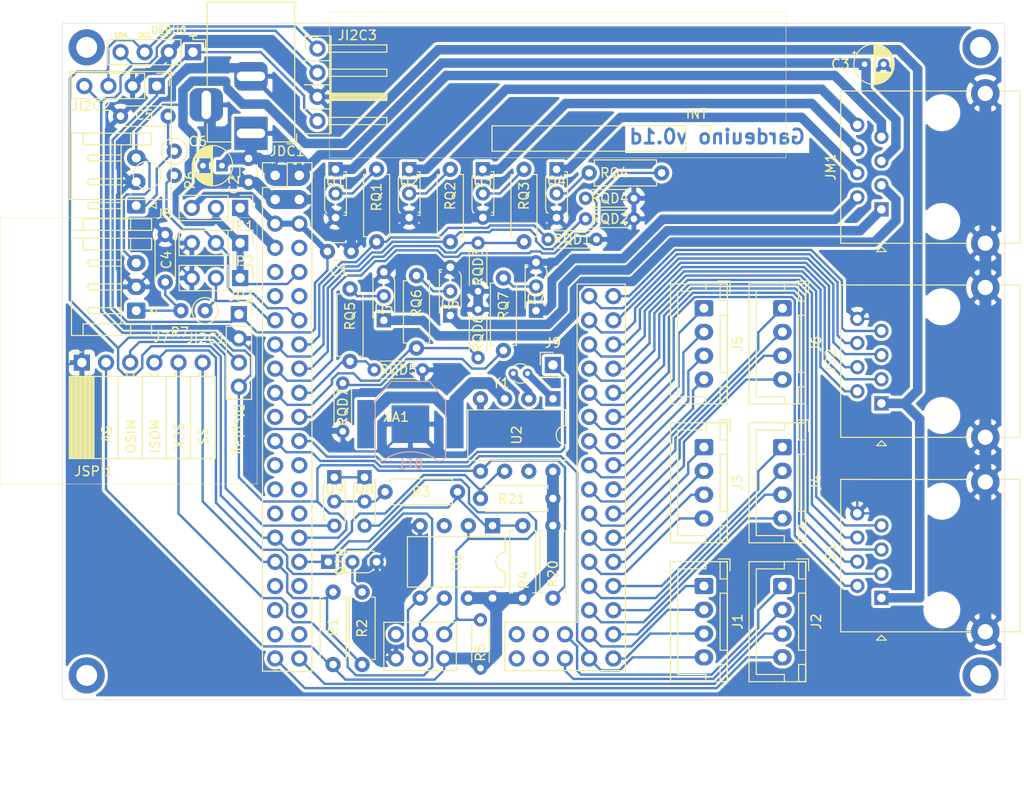
<source format=kicad_pcb>
(kicad_pcb (version 20171130) (host pcbnew 5.1.10-88a1d61d58~90~ubuntu20.10.1)
  (layers (0 F.Cu signal) (31 B.Cu signal) (34 B.Paste user) (35 F.Paste user) (36 B.SilkS user) (37 F.SilkS user) (38 B.Mask user) (39 F.Mask user) (44 Edge.Cuts user))
  (net 0 "")
  (net 1 "Net-(XA1-PadD15)")
  (net 2 "Net-(XA1-PadD26)")
  (net 3 "Net-(XA1-PadD11)")
  (net 4 "Net-(XA1-PadD27)")
  (net 5 "Net-(XA1-PadD29)")
  (net 6 "Net-(XA1-PadD19)")
  (net 7 "Net-(XA1-PadD28)")
  (net 8 "Net-(XA1-PadD52)")
  (net 9 "Net-(XA1-PadD14)")
  (net 10 "Net-(XA1-PadD17)")
  (net 11 "Net-(XA1-PadD24)")
  (net 12 "Net-(XA1-PadD16)")
  (net 13 "Net-(XA1-PadD25)")
  (net 14 "Net-(XA1-PadD18)")
  (net 15 "Net-(XA1-PadD0)")
  (net 16 "Net-(XA1-PadD1)")
  (net 17 "Net-(XA1-PadRST1)")
  (net 18 "Net-(XA1-PadRST2)")
  (net 19 "Net-(XA1-Pad3V2)")
  (net 20 "Net-(U1-Pad3)")
  (net 21 "Net-(XA1-PadD53)")
  (net 22 "Net-(J4-Pad4)")
  (net 23 "Net-(J3-Pad2)")
  (net 24 "Net-(J2-Pad2)")
  (net 25 "Net-(J4-Pad1)")
  (net 26 "Net-(J1-Pad2)")
  (net 27 "Net-(J1-Pad1)")
  (net 28 "Net-(J3-Pad4)")
  (net 29 "Net-(J4-Pad3)")
  (net 30 "Net-(J3-Pad3)")
  (net 31 "Net-(J2-Pad1)")
  (net 32 "Net-(J3-Pad1)")
  (net 33 "Net-(J4-Pad2)")
  (net 34 "Net-(J5-Pad1)")
  (net 35 GND)
  (net 36 "Net-(Q1-Pad2)")
  (net 37 "Net-(Q2-Pad2)")
  (net 38 "Net-(Q3-Pad2)")
  (net 39 "Net-(Q4-Pad2)")
  (net 40 /VIN)
  (net 41 "Net-(U2-Pad7)")
  (net 42 "Net-(U2-Pad2)")
  (net 43 "Net-(U2-Pad1)")
  (net 44 /5V2)
  (net 45 "Net-(BT1-Pad1)")
  (net 46 "Net-(Q6-Pad2)")
  (net 47 "Net-(Q7-Pad2)")
  (net 48 "Net-(J5-Pad4)")
  (net 49 "Net-(J5-Pad3)")
  (net 50 "Net-(J5-Pad2)")
  (net 51 "Net-(JP1-Pad1)")
  (net 52 /5V3)
  (net 53 /GND3)
  (net 54 /SDA)
  (net 55 /SCL)
  (net 56 "Net-(JM1-Pad3)")
  (net 57 "Net-(JM1-Pad4)")
  (net 58 "Net-(JM1-Pad7)")
  (net 59 "Net-(JM1-Pad2)")
  (net 60 "Net-(JM1-Pad8)")
  (net 61 "Net-(JM1-Pad6)")
  (net 62 "Net-(JS1-Pad3)")
  (net 63 "Net-(JS1-Pad5)")
  (net 64 "Net-(JS1-Pad4)")
  (net 65 "Net-(JS1-Pad7)")
  (net 66 "Net-(JS1-Pad2)")
  (net 67 "Net-(JS1-Pad6)")
  (net 68 "Net-(JS2-Pad3)")
  (net 69 "Net-(JS2-Pad5)")
  (net 70 "Net-(JS2-Pad4)")
  (net 71 "Net-(JS2-Pad7)")
  (net 72 "Net-(JS2-Pad2)")
  (net 73 "Net-(JS2-Pad6)")
  (net 74 "Net-(Q5-Pad2)")
  (net 75 "Net-(RQ1-Pad1)")
  (net 76 "Net-(RQ2-Pad1)")
  (net 77 "Net-(RQ3-Pad1)")
  (net 78 "Net-(RQ4-Pad1)")
  (net 79 "Net-(RQ5-Pad1)")
  (net 80 "Net-(RQ6-Pad1)")
  (net 81 "Net-(RQ7-Pad1)")
  (net 82 "Net-(J6-Pad4)")
  (net 83 "Net-(J6-Pad3)")
  (net 84 "Net-(J6-Pad2)")
  (net 85 "Net-(J6-Pad1)")
  (net 86 /VIN1)
  (net 87 "Net-(JM1-Pad1)")
  (net 88 /INT0)
  (net 89 /INT1)
  (net 90 /D30)
  (net 91 "Net-(XA1-PadD50)")
  (net 92 "Net-(XA1-PadD51)")
  (net 93 /D31)
  (net 94 /MOSI)
  (net 95 /SCK)
  (net 96 /INT4)
  (net 97 "Net-(C4-Pad1)")
  (net 98 "Net-(C5-Pad2)")
  (net 99 /PIN47)
  (net 100 "Net-(J1-Pad3)")
  (net 101 /MISDO)
  (net 102 "Net-(Q8-Pad2)")
  (net 103 "Net-(Q8-Pad1)")
  (net 104 "Net-(Q10-Pad2)")
  (net 105 /MISO)
  (net 106 /SS_MMC)
  (net 107 /SS_RAM)
  (module Connector_PinHeader_2.54mm:PinHeader_1x04_P2.54mm_Horizontal (layer F.Cu) (at 126.365 37.465)
    (fp_text reference JI2C3 (at 4.191 -1.397) (layer F.SilkS))
    (fp_text value Key)
    (fp_text user INT (at 39.878 6.858) (layer F.SilkS))
    (pad 1 thru_hole circle (at 0 0) (size 1.7 1.7) (drill 1) (layers *.Cu *.Mask) (net 55 /SCL))
    (pad 2 thru_hole oval (at 0 2.54) (size 1.7 1.7) (drill 1) (layers *.Cu *.Mask) (net 54 /SDA))
    (pad 3 thru_hole oval (at 0 5.08) (size 1.7 1.7) (drill 1) (layers *.Cu *.Mask) (net 35 GND))
    (pad 4 thru_hole oval (at 0 7.62) (size 1.7 1.7) (drill 1) (layers *.Cu *.Mask) (net 44 /5V2))
  )
  (module Connector_PinSocket_2.54mm:PinSocket_1x04_P2.54mm_Vertical (layer F.Cu) (at 105.664 37.846 90)
    (fp_text reference JI2C0 hide)
    (fp_text value DEBUG (at 2.286 5.08) (layer F.SilkS) (effects (font (size 0.75 0.75))))
    (pad 4 thru_hole rect (at 0 7.62 90) (size 1.7 1.7) (drill 1) (layers *.Cu *.Mask) (net 44 /5V2))
    (pad 3 thru_hole oval (at 0 5.08 90) (size 1.7 1.7) (drill 1) (layers *.Cu *.Mask) (net 35 GND))
    (pad 2 thru_hole oval (at 0 2.54 90) (size 1.7 1.7) (drill 1) (layers *.Cu *.Mask) (net 55 /SCL))
    (pad 1 thru_hole circle (at 0 0 90) (size 1.7 1.7) (drill 1) (layers *.Cu *.Mask) (net 54 /SDA))
  )
  (module Connector_PinSocket_2.54mm:PinSocket_1x04_P2.54mm_Vertical (layer F.Cu) (at 101.854 41.402 90)
    (fp_text reference JI2C2 (at -2.0955 0.6985 180) (layer F.SilkS))
    (fp_text value THP)
    (pad 4 thru_hole rect (at 0 7.62 90) (size 1.7 1.7) (drill 1) (layers *.Cu *.Mask) (net 44 /5V2))
    (pad 3 thru_hole oval (at 0 5.08 90) (size 1.7 1.7) (drill 1) (layers *.Cu *.Mask) (net 35 GND))
    (pad 2 thru_hole oval (at 0 2.54 90) (size 1.7 1.7) (drill 1) (layers *.Cu *.Mask) (net 55 /SCL))
    (pad 1 thru_hole circle (at 0 0 90) (size 1.7 1.7) (drill 1) (layers *.Cu *.Mask) (net 54 /SDA))
  )
  (module Package_TO_SOT_THT:TO-92L_Inline_Wide_Flat (layer F.Cu) (at 127.508 91.44)
    (fp_text reference Q10 (at 1.27 0 270) (layer F.SilkS))
    (fp_text value Q_NMOS_DGS)
    (pad 2 thru_hole circle (at 2.54 0) (size 1.5 1.5) (drill 0.8) (layers *.Cu *.Mask) (net 104 "Net-(Q10-Pad2)"))
    (pad 3 thru_hole circle (at 5.08 0) (size 1.5 1.5) (drill 0.8) (layers *.Cu *.Mask) (net 53 /GND3))
    (pad 1 thru_hole rect (at 0 0) (size 1.5 1.5) (drill 0.8) (layers *.Cu *.Mask) (net 107 /SS_RAM))
  )
  (module Package_TO_SOT_THT:TO-92L_Inline_Wide_Flat (layer F.Cu) (at 128.143 82.55 270)
    (fp_text reference Q9 (at 1.27 0 180) (layer F.SilkS))
    (fp_text value Q_NMOS_DGS)
    (pad 2 thru_hole circle (at 2.54 0 270) (size 1.5 1.5) (drill 0.8) (layers *.Cu *.Mask) (net 102 "Net-(Q8-Pad2)"))
    (pad 3 thru_hole circle (at 5.08 0 270) (size 1.5 1.5) (drill 0.8) (layers *.Cu *.Mask) (net 101 /MISDO))
    (pad 1 thru_hole rect (at 0 0 270) (size 1.5 1.5) (drill 0.8) (layers *.Cu *.Mask) (net 103 "Net-(Q8-Pad1)"))
  )
  (module Package_TO_SOT_THT:TO-92L_Inline_Wide_Flat (layer F.Cu) (at 131.318 82.55 270)
    (fp_text reference Q8 (at 1.27 0 180) (layer F.SilkS))
    (fp_text value Q_NMOS_DGS)
    (pad 2 thru_hole circle (at 2.54 0 270) (size 1.5 1.5) (drill 0.8) (layers *.Cu *.Mask) (net 102 "Net-(Q8-Pad2)"))
    (pad 3 thru_hole circle (at 5.08 0 270) (size 1.5 1.5) (drill 0.8) (layers *.Cu *.Mask) (net 105 /MISO))
    (pad 1 thru_hole rect (at 0 0 270) (size 1.5 1.5) (drill 0.8) (layers *.Cu *.Mask) (net 103 "Net-(Q8-Pad1)"))
  )
  (module Resistor_THT:R_Axial_DIN0204_L3.6mm_D1.6mm_P5.08mm_Horizontal (layer F.Cu) (at 143.51 97.536 270)
    (fp_text reference R5 (at 3.429 0 90) (layer F.SilkS))
    (fp_text value 10k)
    (pad 2 thru_hole oval (at 5.08 0 270) (size 1.4 1.4) (drill 0.7) (layers *.Cu *.Mask) (net 52 /5V3))
    (pad 1 thru_hole circle (at 0 0 270) (size 1.4 1.4) (drill 0.7) (layers *.Cu *.Mask) (net 105 /MISO))
  )
  (module Resistor_THT:R_Axial_DIN0204_L3.6mm_D1.6mm_P5.08mm_Horizontal (layer F.Cu) (at 129.032 72.644 270)
    (fp_text reference RQD7 (at 2.54 0 90) (layer F.SilkS))
    (fp_text value 10k)
    (pad 2 thru_hole oval (at 5.08 0 270) (size 1.4 1.4) (drill 0.7) (layers *.Cu *.Mask) (net 35 GND))
    (pad 1 thru_hole circle (at 0 0 270) (size 1.4 1.4) (drill 0.7) (layers *.Cu *.Mask) (net 81 "Net-(RQ7-Pad1)"))
  )
  (module Resistor_THT:R_Axial_DIN0204_L3.6mm_D1.6mm_P5.08mm_Horizontal (layer F.Cu) (at 143.256 69.977 90)
    (fp_text reference RQD6 (at 2.54 0 90) (layer F.SilkS))
    (fp_text value 10k)
    (pad 2 thru_hole oval (at 5.08 0 90) (size 1.4 1.4) (drill 0.7) (layers *.Cu *.Mask) (net 35 GND))
    (pad 1 thru_hole circle (at 0 0 90) (size 1.4 1.4) (drill 0.7) (layers *.Cu *.Mask) (net 80 "Net-(RQ6-Pad1)"))
  )
  (module Resistor_THT:R_Axial_DIN0204_L3.6mm_D1.6mm_P5.08mm_Horizontal (layer F.Cu) (at 132.334 71.247)
    (fp_text reference RQD5 (at 2.54 0) (layer F.SilkS))
    (fp_text value 10k)
    (pad 2 thru_hole oval (at 5.08 0) (size 1.4 1.4) (drill 0.7) (layers *.Cu *.Mask) (net 35 GND))
    (pad 1 thru_hole circle (at 0 0) (size 1.4 1.4) (drill 0.7) (layers *.Cu *.Mask) (net 79 "Net-(RQ5-Pad1)"))
  )
  (module Resistor_THT:R_Axial_DIN0204_L3.6mm_D1.6mm_P5.08mm_Horizontal (layer F.Cu) (at 154.559 53.213)
    (fp_text reference RQD4 (at 2.54 0) (layer F.SilkS))
    (fp_text value 10k)
    (pad 2 thru_hole oval (at 5.08 0) (size 1.4 1.4) (drill 0.7) (layers *.Cu *.Mask) (net 35 GND))
    (pad 1 thru_hole circle (at 0 0) (size 1.4 1.4) (drill 0.7) (layers *.Cu *.Mask) (net 78 "Net-(RQ4-Pad1)"))
  )
  (module Resistor_THT:R_Axial_DIN0204_L3.6mm_D1.6mm_P5.08mm_Horizontal (layer F.Cu) (at 143.256 57.912 270)
    (fp_text reference RQD3 (at 2.54 0 270) (layer F.SilkS))
    (fp_text value 10k)
    (pad 2 thru_hole oval (at 5.08 0 270) (size 1.4 1.4) (drill 0.7) (layers *.Cu *.Mask) (net 35 GND))
    (pad 1 thru_hole circle (at 0 0 270) (size 1.4 1.4) (drill 0.7) (layers *.Cu *.Mask) (net 77 "Net-(RQ3-Pad1)"))
  )
  (module Resistor_THT:R_Axial_DIN0204_L3.6mm_D1.6mm_P5.08mm_Horizontal (layer F.Cu) (at 154.559 55.372)
    (fp_text reference RQD2 (at 2.54 0) (layer F.SilkS))
    (fp_text value 10k)
    (pad 2 thru_hole oval (at 5.08 0) (size 1.4 1.4) (drill 0.7) (layers *.Cu *.Mask) (net 35 GND))
    (pad 1 thru_hole circle (at 0 0) (size 1.4 1.4) (drill 0.7) (layers *.Cu *.Mask) (net 76 "Net-(RQ2-Pad1)"))
  )
  (module Resistor_THT:R_Axial_DIN0204_L3.6mm_D1.6mm_P5.08mm_Horizontal (layer F.Cu) (at 150.622 57.531)
    (fp_text reference RQD1 (at 2.54 0) (layer F.SilkS))
    (fp_text value 10k)
    (pad 2 thru_hole oval (at 5.08 0) (size 1.4 1.4) (drill 0.7) (layers *.Cu *.Mask) (net 35 GND))
    (pad 1 thru_hole circle (at 0 0) (size 1.4 1.4) (drill 0.7) (layers *.Cu *.Mask) (net 75 "Net-(RQ1-Pad1)"))
  )
  (module Package_TO_SOT_THT:TO-92L_Inline_Wide_Flat (layer F.Cu) (at 128.27 50.165 270)
    (fp_text reference Q1 (at 1.27 0 180) (layer F.SilkS))
    (fp_text value Q_NMOS_DGS)
    (pad 2 thru_hole circle (at 2.54 0 270) (size 1.5 1.5) (drill 0.8) (layers *.Cu *.Mask) (net 36 "Net-(Q1-Pad2)"))
    (pad 3 thru_hole circle (at 5.08 0 270) (size 1.5 1.5) (drill 0.8) (layers *.Cu *.Mask) (net 35 GND))
    (pad 1 thru_hole rect (at 0 0 270) (size 1.5 1.5) (drill 0.8) (layers *.Cu *.Mask) (net 58 "Net-(JM1-Pad7)"))
  )
  (module Package_TO_SOT_THT:TO-92L_Inline_Wide_Flat (layer F.Cu) (at 149.352 65.024 90)
    (fp_text reference Q7 (at 1.27 0 180) (layer F.SilkS))
    (fp_text value Q_NMOS_DGS)
    (pad 2 thru_hole circle (at 2.54 0 90) (size 1.5 1.5) (drill 0.8) (layers *.Cu *.Mask) (net 47 "Net-(Q7-Pad2)"))
    (pad 3 thru_hole circle (at 5.08 0 90) (size 1.5 1.5) (drill 0.8) (layers *.Cu *.Mask) (net 35 GND))
    (pad 1 thru_hole rect (at 0 0 90) (size 1.5 1.5) (drill 0.8) (layers *.Cu *.Mask) (net 59 "Net-(JM1-Pad2)"))
  )
  (module Package_TO_SOT_THT:TO-92L_Inline_Wide_Flat (layer F.Cu) (at 140.335 65.532 90)
    (fp_text reference Q6 (at 1.27 0 180) (layer F.SilkS))
    (fp_text value Q_NMOS_DGS)
    (pad 2 thru_hole circle (at 2.54 0 90) (size 1.5 1.5) (drill 0.8) (layers *.Cu *.Mask) (net 46 "Net-(Q6-Pad2)"))
    (pad 3 thru_hole circle (at 5.08 0 90) (size 1.5 1.5) (drill 0.8) (layers *.Cu *.Mask) (net 35 GND))
    (pad 1 thru_hole rect (at 0 0 90) (size 1.5 1.5) (drill 0.8) (layers *.Cu *.Mask) (net 87 "Net-(JM1-Pad1)"))
  )
  (module Package_TO_SOT_THT:TO-92L_Inline_Wide_Flat (layer F.Cu) (at 133.35 66.04 90)
    (fp_text reference Q5 (at 1.27 0 180) (layer F.SilkS))
    (fp_text value Q_NMOS_DGS)
    (pad 2 thru_hole circle (at 2.54 0 90) (size 1.5 1.5) (drill 0.8) (layers *.Cu *.Mask) (net 74 "Net-(Q5-Pad2)"))
    (pad 3 thru_hole circle (at 5.08 0 90) (size 1.5 1.5) (drill 0.8) (layers *.Cu *.Mask) (net 35 GND))
    (pad 1 thru_hole rect (at 0 0 90) (size 1.5 1.5) (drill 0.8) (layers *.Cu *.Mask) (net 56 "Net-(JM1-Pad3)"))
  )
  (module Package_TO_SOT_THT:TO-92L_Inline_Wide_Flat (layer F.Cu) (at 151.511 50.165 270)
    (fp_text reference Q4 (at 1.27 0 180) (layer F.SilkS))
    (fp_text value Q_NMOS_DGS)
    (pad 2 thru_hole circle (at 2.54 0 270) (size 1.5 1.5) (drill 0.8) (layers *.Cu *.Mask) (net 39 "Net-(Q4-Pad2)"))
    (pad 3 thru_hole circle (at 5.08 0 270) (size 1.5 1.5) (drill 0.8) (layers *.Cu *.Mask) (net 35 GND))
    (pad 1 thru_hole rect (at 0 0 270) (size 1.5 1.5) (drill 0.8) (layers *.Cu *.Mask) (net 57 "Net-(JM1-Pad4)"))
  )
  (module Package_TO_SOT_THT:TO-92L_Inline_Wide_Flat (layer F.Cu) (at 143.764 50.165 270)
    (fp_text reference Q3 (at 1.27 0 180) (layer F.SilkS))
    (fp_text value Q_NMOS_DGS)
    (pad 2 thru_hole circle (at 2.54 0 270) (size 1.5 1.5) (drill 0.8) (layers *.Cu *.Mask) (net 38 "Net-(Q3-Pad2)"))
    (pad 3 thru_hole circle (at 5.08 0 270) (size 1.5 1.5) (drill 0.8) (layers *.Cu *.Mask) (net 35 GND))
    (pad 1 thru_hole rect (at 0 0 270) (size 1.5 1.5) (drill 0.8) (layers *.Cu *.Mask) (net 61 "Net-(JM1-Pad6)"))
  )
  (module Package_TO_SOT_THT:TO-92L_Inline_Wide_Flat (layer F.Cu) (at 136.017 50.165 270)
    (fp_text reference Q2 (at 1.27 0 180) (layer F.SilkS))
    (fp_text value Q_NMOS_DGS)
    (pad 2 thru_hole circle (at 2.54 0 270) (size 1.5 1.5) (drill 0.8) (layers *.Cu *.Mask) (net 37 "Net-(Q2-Pad2)"))
    (pad 3 thru_hole circle (at 5.08 0 270) (size 1.5 1.5) (drill 0.8) (layers *.Cu *.Mask) (net 35 GND))
    (pad 1 thru_hole rect (at 0 0 270) (size 1.5 1.5) (drill 0.8) (layers *.Cu *.Mask) (net 60 "Net-(JM1-Pad8)"))
  )
  (module Connector_BarrelJack:BarrelJack_Horizontal (layer F.Cu) (at 119.38 46.386 270)
    (fp_text reference JDC1 (at 1.874 -3.81) (layer F.SilkS))
    (fp_text value Jack-DC)
    (pad 3 thru_hole roundrect (at -3 4.7 270) (size 3.5 3.5) (drill oval 3 1) (layers *.Cu *.Mask) (net 35 GND))
    (pad 2 thru_hole roundrect (at -6 0 270) (size 3 3.5) (drill oval 1 3) (layers *.Cu *.Mask) (net 35 GND))
    (pad 1 thru_hole rect (at 0 0 270) (size 3.5 3.5) (drill oval 1 3) (layers *.Cu *.Mask) (net 86 /VIN1))
  )
  (module Connector_JST:JST_XH_B4B-XH-A_1x04_P2.50mm_Vertical (layer F.Cu) (at 167.005 79.375 270)
    (fp_text reference J3 (at 3.75 -3.55 90) (layer F.SilkS))
    (fp_text value Conn_01x04_Female hide)
    (pad 4 thru_hole oval (at 7.5 0 270) (size 1.7 1.95) (drill 0.95) (layers *.Cu *.Mask) (net 28 "Net-(J3-Pad4)"))
    (pad 3 thru_hole oval (at 5 0 270) (size 1.7 1.95) (drill 0.95) (layers *.Cu *.Mask) (net 30 "Net-(J3-Pad3)"))
    (pad 2 thru_hole oval (at 2.5 0 270) (size 1.7 1.95) (drill 0.95) (layers *.Cu *.Mask) (net 23 "Net-(J3-Pad2)"))
    (pad 1 thru_hole roundrect (at 0 0 270) (size 1.7 1.95) (drill 0.95) (layers *.Cu *.Mask) (roundrect_rratio 0.1470588235294118) (net 32 "Net-(J3-Pad1)"))
  )
  (module Connector_JST:JST_XH_B4B-XH-A_1x04_P2.50mm_Vertical (layer F.Cu) (at 175.26 64.77 270)
    (fp_text reference J6 (at 3.75 -3.55 90) (layer F.SilkS))
    (fp_text value Conn_01x04_Female hide)
    (pad 4 thru_hole oval (at 7.5 0 270) (size 1.7 1.95) (drill 0.95) (layers *.Cu *.Mask) (net 82 "Net-(J6-Pad4)"))
    (pad 3 thru_hole oval (at 5 0 270) (size 1.7 1.95) (drill 0.95) (layers *.Cu *.Mask) (net 83 "Net-(J6-Pad3)"))
    (pad 2 thru_hole oval (at 2.5 0 270) (size 1.7 1.95) (drill 0.95) (layers *.Cu *.Mask) (net 84 "Net-(J6-Pad2)"))
    (pad 1 thru_hole roundrect (at 0 0 270) (size 1.7 1.95) (drill 0.95) (layers *.Cu *.Mask) (roundrect_rratio 0.1470588235294118) (net 85 "Net-(J6-Pad1)"))
  )
  (module Connector_JST:JST_XH_B4B-XH-A_1x04_P2.50mm_Vertical (layer F.Cu) (at 167.005 64.77 270)
    (fp_text reference J5 (at 3.75 -3.55 90) (layer F.SilkS))
    (fp_text value Conn_01x04_Female hide)
    (pad 4 thru_hole oval (at 7.5 0 270) (size 1.7 1.95) (drill 0.95) (layers *.Cu *.Mask) (net 48 "Net-(J5-Pad4)"))
    (pad 3 thru_hole oval (at 5 0 270) (size 1.7 1.95) (drill 0.95) (layers *.Cu *.Mask) (net 49 "Net-(J5-Pad3)"))
    (pad 2 thru_hole oval (at 2.5 0 270) (size 1.7 1.95) (drill 0.95) (layers *.Cu *.Mask) (net 50 "Net-(J5-Pad2)"))
    (pad 1 thru_hole roundrect (at 0 0 270) (size 1.7 1.95) (drill 0.95) (layers *.Cu *.Mask) (roundrect_rratio 0.1470588235294118) (net 34 "Net-(J5-Pad1)"))
  )
  (module Resistor_THT:R_Axial_DIN0207_L6.3mm_D2.5mm_P7.62mm_Horizontal (layer F.Cu) (at 162.56 50.546 180)
    (fp_text reference RQ4 (at 4.967313 0) (layer F.SilkS))
    (fp_text value 1k)
    (pad 2 thru_hole oval (at 7.62 0 180) (size 1.6 1.6) (drill 0.8) (layers *.Cu *.Mask) (net 39 "Net-(Q4-Pad2)"))
    (pad 1 thru_hole circle (at 0 0 180) (size 1.6 1.6) (drill 0.8) (layers *.Cu *.Mask) (net 78 "Net-(RQ4-Pad1)"))
  )
  (module Resistor_THT:R_Axial_DIN0207_L6.3mm_D2.5mm_P7.62mm_Horizontal (layer F.Cu) (at 148.082 57.785 90)
    (fp_text reference RQ3 (at 4.826 0 270) (layer F.SilkS))
    (fp_text value 1k)
    (pad 2 thru_hole oval (at 7.62 0 90) (size 1.6 1.6) (drill 0.8) (layers *.Cu *.Mask) (net 38 "Net-(Q3-Pad2)"))
    (pad 1 thru_hole circle (at 0 0 90) (size 1.6 1.6) (drill 0.8) (layers *.Cu *.Mask) (net 77 "Net-(RQ3-Pad1)"))
  )
  (module Resistor_THT:R_Axial_DIN0207_L6.3mm_D2.5mm_P7.62mm_Horizontal (layer F.Cu) (at 136.779 68.961 90)
    (fp_text reference RQ6 (at 4.699 0 90) (layer F.SilkS))
    (fp_text value 1k)
    (pad 2 thru_hole oval (at 7.62 0 90) (size 1.6 1.6) (drill 0.8) (layers *.Cu *.Mask) (net 46 "Net-(Q6-Pad2)"))
    (pad 1 thru_hole circle (at 0 0 90) (size 1.6 1.6) (drill 0.8) (layers *.Cu *.Mask) (net 80 "Net-(RQ6-Pad1)"))
  )
  (module Resistor_THT:R_Axial_DIN0207_L6.3mm_D2.5mm_P7.62mm_Horizontal (layer F.Cu) (at 129.794 70.358 90)
    (fp_text reference RQ5 (at 4.7625 0 90) (layer F.SilkS))
    (fp_text value 1k)
    (pad 2 thru_hole oval (at 7.62 0 90) (size 1.6 1.6) (drill 0.8) (layers *.Cu *.Mask) (net 74 "Net-(Q5-Pad2)"))
    (pad 1 thru_hole circle (at 0 0 90) (size 1.6 1.6) (drill 0.8) (layers *.Cu *.Mask) (net 79 "Net-(RQ5-Pad1)"))
  )
  (module Resistor_THT:R_Axial_DIN0207_L6.3mm_D2.5mm_P7.62mm_Horizontal (layer F.Cu) (at 147.955 87.63 270)
    (fp_text reference R4 (at 5.715 -0.127 270) (layer F.SilkS))
    (fp_text value 4k7)
    (pad 2 thru_hole oval (at 7.62 0 270) (size 1.6 1.6) (drill 0.8) (layers *.Cu *.Mask) (net 52 /5V3))
    (pad 1 thru_hole circle (at 0 0 270) (size 1.6 1.6) (drill 0.8) (layers *.Cu *.Mask) (net 107 /SS_RAM))
  )
  (module Resistor_THT:R_Axial_DIN0207_L6.3mm_D2.5mm_P7.62mm_Horizontal (layer F.Cu) (at 151.13 84.7725 180)
    (fp_text reference R21 (at 4.318 -0.0635) (layer F.SilkS))
    (fp_text value 4k7)
    (pad 2 thru_hole oval (at 7.62 0 180) (size 1.6 1.6) (drill 0.8) (layers *.Cu *.Mask) (net 55 /SCL))
    (pad 1 thru_hole circle (at 0 0 180) (size 1.6 1.6) (drill 0.8) (layers *.Cu *.Mask) (net 52 /5V3))
  )
  (module Resistor_THT:R_Axial_DIN0207_L6.3mm_D2.5mm_P7.62mm_Horizontal (layer F.Cu) (at 151.13 95.25 90)
    (fp_text reference R20 (at 2.54 0 270) (layer F.SilkS))
    (fp_text value 4k7)
    (pad 2 thru_hole oval (at 7.62 0 90) (size 1.6 1.6) (drill 0.8) (layers *.Cu *.Mask) (net 52 /5V3))
    (pad 1 thru_hole circle (at 0 0 90) (size 1.6 1.6) (drill 0.8) (layers *.Cu *.Mask) (net 54 /SDA))
  )
  (module Resistor_THT:R_Axial_DIN0207_L6.3mm_D2.5mm_P7.62mm_Horizontal (layer F.Cu) (at 133.477 84.074)
    (fp_text reference R3 (at 3.81 0) (layer F.SilkS))
    (fp_text value 4k7)
    (pad 2 thru_hole oval (at 7.62 0) (size 1.6 1.6) (drill 0.8) (layers *.Cu *.Mask) (net 107 /SS_RAM))
    (pad 1 thru_hole circle (at 0 0) (size 1.6 1.6) (drill 0.8) (layers *.Cu *.Mask) (net 102 "Net-(Q8-Pad2)"))
  )
  (module Package_DIP:DIP-8_W7.62mm (layer F.Cu) (at 151.13 74.295 270)
    (fp_text reference U2 (at 3.81 3.81 90) (layer F.SilkS))
    (fp_text value DS1307+)
    (pad 8 thru_hole oval (at 7.62 0 270) (size 1.6 1.6) (drill 0.8) (layers *.Cu *.Mask) (net 52 /5V3))
    (pad 4 thru_hole oval (at 0 7.62 270) (size 1.6 1.6) (drill 0.8) (layers *.Cu *.Mask) (net 35 GND))
    (pad 7 thru_hole oval (at 7.62 2.54 270) (size 1.6 1.6) (drill 0.8) (layers *.Cu *.Mask) (net 41 "Net-(U2-Pad7)"))
    (pad 3 thru_hole oval (at 0 5.08 270) (size 1.6 1.6) (drill 0.8) (layers *.Cu *.Mask) (net 45 "Net-(BT1-Pad1)"))
    (pad 6 thru_hole oval (at 7.62 5.08 270) (size 1.6 1.6) (drill 0.8) (layers *.Cu *.Mask) (net 55 /SCL))
    (pad 2 thru_hole oval (at 0 2.54 270) (size 1.6 1.6) (drill 0.8) (layers *.Cu *.Mask) (net 42 "Net-(U2-Pad2)"))
    (pad 5 thru_hole oval (at 7.62 7.62 270) (size 1.6 1.6) (drill 0.8) (layers *.Cu *.Mask) (net 54 /SDA))
    (pad 1 thru_hole rect (at 0 0 270) (size 1.6 1.6) (drill 0.8) (layers *.Cu *.Mask) (net 43 "Net-(U2-Pad1)"))
  )
  (module Resistor_THT:R_Axial_DIN0207_L6.3mm_D2.5mm_P7.62mm_Horizontal (layer F.Cu) (at 140.335 57.785 90)
    (fp_text reference RQ2 (at 4.826 0 90) (layer F.SilkS))
    (fp_text value 1k)
    (pad 2 thru_hole oval (at 7.62 0 90) (size 1.6 1.6) (drill 0.8) (layers *.Cu *.Mask) (net 37 "Net-(Q2-Pad2)"))
    (pad 1 thru_hole circle (at 0 0 90) (size 1.6 1.6) (drill 0.8) (layers *.Cu *.Mask) (net 76 "Net-(RQ2-Pad1)"))
  )
  (module Resistor_THT:R_Axial_DIN0207_L6.3mm_D2.5mm_P7.62mm_Horizontal (layer F.Cu) (at 132.588 57.785 90)
    (fp_text reference RQ1 (at 4.699 0 270) (layer F.SilkS))
    (fp_text value 1k)
    (pad 2 thru_hole oval (at 7.62 0 90) (size 1.6 1.6) (drill 0.8) (layers *.Cu *.Mask) (net 36 "Net-(Q1-Pad2)"))
    (pad 1 thru_hole circle (at 0 0 90) (size 1.6 1.6) (drill 0.8) (layers *.Cu *.Mask) (net 75 "Net-(RQ1-Pad1)"))
  )
  (module Connector_JST:JST_XH_B4B-XH-A_1x04_P2.50mm_Vertical (layer F.Cu) (at 167.005 93.98 270)
    (fp_text reference J1 (at 3.75 -3.55 90) (layer F.SilkS))
    (fp_text value Conn_01x04_Female hide)
    (pad 4 thru_hole oval (at 7.5 0 270) (size 1.7 1.95) (drill 0.95) (layers *.Cu *.Mask) (net 99 /PIN47))
    (pad 3 thru_hole oval (at 5 0 270) (size 1.7 1.95) (drill 0.95) (layers *.Cu *.Mask) (net 100 "Net-(J1-Pad3)"))
    (pad 2 thru_hole oval (at 2.5 0 270) (size 1.7 1.95) (drill 0.95) (layers *.Cu *.Mask) (net 26 "Net-(J1-Pad2)"))
    (pad 1 thru_hole roundrect (at 0 0 270) (size 1.7 1.95) (drill 0.95) (layers *.Cu *.Mask) (roundrect_rratio 0.1470588235294118) (net 27 "Net-(J1-Pad1)"))
  )
  (module Resistor_THT:R_Axial_DIN0207_L6.3mm_D2.5mm_P7.62mm_Horizontal (layer F.Cu) (at 145.923 69.215 90)
    (fp_text reference RQ7 (at 4.699 0 90) (layer F.SilkS))
    (fp_text value 1K)
    (pad 2 thru_hole oval (at 7.62 0 90) (size 1.6 1.6) (drill 0.8) (layers *.Cu *.Mask) (net 47 "Net-(Q7-Pad2)"))
    (pad 1 thru_hole circle (at 0 0 90) (size 1.6 1.6) (drill 0.8) (layers *.Cu *.Mask) (net 81 "Net-(RQ7-Pad1)"))
  )
  (module Battery:BatteryHolder_Keystone_2998_1x6.8mm (layer B.Cu) (at 136.144 76.962)
    (fp_text reference BT1 (at 0 4.2 180) (layer B.SilkS) (effects (justify mirror)))
    (fp_text value Battery_Cell)
    (pad 2 smd rect (at 0 0) (size 3.96 3.96) (layers B.Cu B.Paste B.Mask) (net 35 GND))
    (pad 1 smd rect (at 4.7 0) (size 1.78 5.08) (layers B.Cu B.Paste B.Mask) (net 45 "Net-(BT1-Pad1)"))
    (pad 1 smd rect (at -4.7 0) (size 1.78 5.08) (layers B.Cu B.Paste B.Mask) (net 45 "Net-(BT1-Pad1)"))
  )
  (module Connector_JST:JST_XH_B4B-XH-A_1x04_P2.50mm_Vertical (layer F.Cu) (at 175.26 93.98 270)
    (fp_text reference J2 (at 3.75 -3.55 90) (layer F.SilkS))
    (fp_text value Conn_01x04_Female hide)
    (pad 4 thru_hole oval (at 7.5 0 270) (size 1.7 1.95) (drill 0.95) (layers *.Cu *.Mask) (net 93 /D31))
    (pad 3 thru_hole oval (at 5 0 270) (size 1.7 1.95) (drill 0.95) (layers *.Cu *.Mask) (net 90 /D30))
    (pad 2 thru_hole oval (at 2.5 0 270) (size 1.7 1.95) (drill 0.95) (layers *.Cu *.Mask) (net 24 "Net-(J2-Pad2)"))
    (pad 1 thru_hole roundrect (at 0 0 270) (size 1.7 1.95) (drill 0.95) (layers *.Cu *.Mask) (roundrect_rratio 0.1470588235294118) (net 31 "Net-(J2-Pad1)"))
  )
  (module Crystal:Crystal_DS10_D1.0mm_L4.3mm_Vertical (layer F.Cu) (at 148.463 71.628 180)
    (fp_text reference Y1 (at 2.794 -1.016) (layer F.SilkS))
    (fp_text value Crystal_Small)
    (pad 2 thru_hole circle (at 1.5 0 180) (size 1 1) (drill 0.5) (layers *.Cu *.Mask) (net 42 "Net-(U2-Pad2)"))
    (pad 1 thru_hole circle (at 0 0 180) (size 1 1) (drill 0.5) (layers *.Cu *.Mask) (net 43 "Net-(U2-Pad1)"))
  )
  (module Connector_JST:JST_XH_B4B-XH-A_1x04_P2.50mm_Vertical (layer F.Cu) (at 175.26 79.375 270)
    (fp_text reference J4 (at 3.75 -3.55 90) (layer F.SilkS))
    (fp_text value Conn_01x04_Female hide)
    (pad 4 thru_hole oval (at 7.5 0 270) (size 1.7 1.95) (drill 0.95) (layers *.Cu *.Mask) (net 22 "Net-(J4-Pad4)"))
    (pad 3 thru_hole oval (at 5 0 270) (size 1.7 1.95) (drill 0.95) (layers *.Cu *.Mask) (net 29 "Net-(J4-Pad3)"))
    (pad 2 thru_hole oval (at 2.5 0 270) (size 1.7 1.95) (drill 0.95) (layers *.Cu *.Mask) (net 33 "Net-(J4-Pad2)"))
    (pad 1 thru_hole roundrect (at 0 0 270) (size 1.7 1.95) (drill 0.95) (layers *.Cu *.Mask) (roundrect_rratio 0.1470588235294118) (net 25 "Net-(J4-Pad1)"))
  )
  (module Package_DIP:DIP-8_W7.62mm (layer F.Cu) (at 144.78 87.63 270)
    (fp_text reference U1 (at 3.81 3.81 90) (layer F.SilkS))
    (fp_text value 23LC512)
    (pad 8 thru_hole oval (at 7.62 0 270) (size 1.6 1.6) (drill 0.8) (layers *.Cu *.Mask) (net 52 /5V3))
    (pad 4 thru_hole oval (at 0 7.62 270) (size 1.6 1.6) (drill 0.8) (layers *.Cu *.Mask) (net 53 /GND3))
    (pad 7 thru_hole oval (at 7.62 2.54 270) (size 1.6 1.6) (drill 0.8) (layers *.Cu *.Mask) (net 52 /5V3))
    (pad 3 thru_hole oval (at 0 5.08 270) (size 1.6 1.6) (drill 0.8) (layers *.Cu *.Mask) (net 20 "Net-(U1-Pad3)"))
    (pad 6 thru_hole oval (at 7.62 5.08 270) (size 1.6 1.6) (drill 0.8) (layers *.Cu *.Mask) (net 95 /SCK))
    (pad 2 thru_hole oval (at 0 2.54 270) (size 1.6 1.6) (drill 0.8) (layers *.Cu *.Mask) (net 105 /MISO))
    (pad 5 thru_hole oval (at 7.62 7.62 270) (size 1.6 1.6) (drill 0.8) (layers *.Cu *.Mask) (net 94 /MOSI))
    (pad 1 thru_hole rect (at 0 0 270) (size 1.6 1.6) (drill 0.8) (layers *.Cu *.Mask) (net 107 /SS_RAM))
  )
  (module Connector_PinSocket_2.54mm:PinSocket_1x06_P2.54mm_Horizontal_SDREADER_KEEPOUT (layer F.Cu) (at 101.6 70.485 90)
    (fp_text reference JSPI1 (at -11.43 1.27 180) (layer F.SilkS))
    (fp_text value Conn_01x06_Female hide)
    (pad 1 thru_hole rect (at 0 0 90) (size 1.7 1.7) (drill 1) (layers *.Cu *.Mask) (net 35 GND))
    (pad 2 thru_hole oval (at 0 2.54 90) (size 1.7 1.7) (drill 1) (layers *.Cu *.Mask) (net 52 /5V3))
    (pad 3 thru_hole oval (at 0 5.08 90) (size 1.7 1.7) (drill 1) (layers *.Cu *.Mask) (net 101 /MISDO))
    (pad 4 thru_hole oval (at 0 7.62 90) (size 1.7 1.7) (drill 1) (layers *.Cu *.Mask) (net 94 /MOSI))
    (pad 5 thru_hole oval (at 0 10.16 90) (size 1.7 1.7) (drill 1) (layers *.Cu *.Mask) (net 95 /SCK))
    (pad 6 thru_hole oval (at 0 12.7 90) (size 1.7 1.7) (drill 1) (layers *.Cu *.Mask) (net 106 /SS_MMC))
  )
  (module Connector_JST:JST_EH_S3B-EH_1x03_P2.50mm_Horizontal (layer F.Cu) (at 107.315 65.024 90)
    (fp_text reference J7 (at -2.794 2.667 180) (layer F.SilkS))
    (fp_text value Conn_01x03_Male hide)
    (pad 3 thru_hole oval (at 5 0 90) (size 1.7 1.95) (drill 0.95) (layers *.Cu *.Mask) (net 40 /VIN))
    (pad 2 thru_hole oval (at 2.5 0 90) (size 1.7 1.95) (drill 0.95) (layers *.Cu *.Mask) (net 35 GND))
    (pad 1 thru_hole roundrect (at 0 0 90) (size 1.7 1.95) (drill 0.95) (layers *.Cu *.Mask) (roundrect_rratio 0.1470588235294118) (net 97 "Net-(C4-Pad1)"))
  )
  (module Connector_JST:JST_EH_S3B-EH_1x03_P2.50mm_Horizontal (layer F.Cu) (at 107.315 53.975 90)
    (fp_text reference J8 (at -0.889 2.921 180) (layer F.SilkS))
    (fp_text value Conn_01x03_Male hide)
    (pad 3 thru_hole oval (at 5 0 90) (size 1.7 1.95) (drill 0.95) (layers *.Cu *.Mask) (net 40 /VIN))
    (pad 2 thru_hole oval (at 2.5 0 90) (size 1.7 1.95) (drill 0.95) (layers *.Cu *.Mask) (net 35 GND))
    (pad 1 thru_hole roundrect (at 0 0 90) (size 1.7 1.95) (drill 0.95) (layers *.Cu *.Mask) (roundrect_rratio 0.1470588235294118) (net 98 "Net-(C5-Pad2)"))
  )
  (module Resistor_THT:R_Axial_DIN0207_L6.3mm_D2.5mm_P7.62mm_Horizontal (layer F.Cu) (at 128.016 102.235 90)
    (fp_text reference R1 (at 3.937 0 90) (layer F.SilkS))
    (fp_text value 4k7)
    (pad 2 thru_hole oval (at 7.62 0 90) (size 1.6 1.6) (drill 0.8) (layers *.Cu *.Mask) (net 106 /SS_MMC))
    (pad 1 thru_hole circle (at 0 0 90) (size 1.6 1.6) (drill 0.8) (layers *.Cu *.Mask) (net 52 /5V3))
  )
  (module MountingHole:MountingHole_2.2mm_M2_ISO14580_Pad_TopBottom (layer F.Cu) (at 102.108 103.378)
    (fp_text reference H1 hide)
    (fp_text value MountingHole hide)
    (pad 1 connect circle (at 0 0) (size 3.8 3.8) (layers B.Cu B.Mask))
    (pad 1 connect circle (at 0 0) (size 3.8 3.8) (layers F.Cu F.Mask))
    (pad 1 thru_hole circle (at 0 0) (size 2.6 2.6) (drill 2.2) (layers *.Cu *.Mask))
  )
  (module MountingHole:MountingHole_2.2mm_M2_ISO14580_Pad_TopBottom (layer F.Cu) (at 196.088 103.378)
    (fp_text reference H2 hide)
    (fp_text value MountingHole hide)
    (pad 1 connect circle (at 0 0) (size 3.8 3.8) (layers B.Cu B.Mask))
    (pad 1 connect circle (at 0 0) (size 3.8 3.8) (layers F.Cu F.Mask))
    (pad 1 thru_hole circle (at 0 0) (size 2.6 2.6) (drill 2.2) (layers *.Cu *.Mask))
  )
  (module MountingHole:MountingHole_2.2mm_M2_ISO14580_Pad_TopBottom (layer F.Cu) (at 102.108 37.338)
    (fp_text reference H3 hide)
    (fp_text value MountingHole hide)
    (pad 1 connect circle (at 0 0) (size 3.8 3.8) (layers B.Cu B.Mask))
    (pad 1 connect circle (at 0 0) (size 3.8 3.8) (layers F.Cu F.Mask))
    (pad 1 thru_hole circle (at 0 0) (size 2.6 2.6) (drill 2.2) (layers *.Cu *.Mask))
  )
  (module MountingHole:MountingHole_2.2mm_M2_ISO14580_Pad_TopBottom (layer F.Cu) (at 196.088 37.338)
    (fp_text reference H4 hide)
    (fp_text value MountingHole hide)
    (pad 1 connect circle (at 0 0) (size 3.8 3.8) (layers B.Cu B.Mask))
    (pad 1 connect circle (at 0 0) (size 3.8 3.8) (layers F.Cu F.Mask))
    (pad 1 thru_hole circle (at 0 0) (size 2.6 2.6) (drill 2.2) (layers *.Cu *.Mask))
  )
  (module Capacitor_THT:CP_Radial_D4.0mm_P2.00mm (layer F.Cu) (at 183.896 39.116)
    (fp_text reference C3 (at -2.54 0) (layer F.SilkS))
    (fp_text value C_Small)
    (pad 2 thru_hole circle (at 2 0) (size 1.2 1.2) (drill 0.6) (layers *.Cu *.Mask) (net 35 GND))
    (pad 1 thru_hole rect (at 0 0) (size 1.2 1.2) (drill 0.6) (layers *.Cu *.Mask) (net 86 /VIN1))
  )
  (module Connector_PinHeader_2.54mm:PinHeader_1x03_P2.54mm_Vertical (layer F.Cu) (at 118.237 61.595 270)
    (fp_text reference JP3 (at 1.905 -0.127 180) (layer F.SilkS))
    (fp_text value Jumper_NC_Dual hide)
    (pad 3 thru_hole oval (at 0 5.08 270) (size 1.7 1.7) (drill 1) (layers *.Cu *.Mask) (net 35 GND))
    (pad 2 thru_hole oval (at 0 2.54 270) (size 1.7 1.7) (drill 1) (layers *.Cu *.Mask) (net 89 /INT1))
    (pad 1 thru_hole rect (at 0 0 270) (size 1.7 1.7) (drill 1) (layers *.Cu *.Mask) (net 40 /VIN))
  )
  (module Connector_PinHeader_2.54mm:PinHeader_1x03_P2.54mm_Vertical (layer F.Cu) (at 118.237 57.912 270)
    (fp_text reference JP2 (at 1.905 -0.127) (layer F.SilkS))
    (fp_text value Jumper_NC_Dual hide)
    (pad 3 thru_hole oval (at 0 5.08 270) (size 1.7 1.7) (drill 1) (layers *.Cu *.Mask) (net 35 GND))
    (pad 2 thru_hole oval (at 0 2.54 270) (size 1.7 1.7) (drill 1) (layers *.Cu *.Mask) (net 88 /INT0))
    (pad 1 thru_hole rect (at 0 0 270) (size 1.7 1.7) (drill 1) (layers *.Cu *.Mask) (net 40 /VIN))
  )
  (module Resistor_THT:R_Axial_DIN0207_L6.3mm_D2.5mm_P2.54mm_Vertical (layer F.Cu) (at 114.554 65.024 180)
    (fp_text reference R7 (at 2.667 -2.286) (layer F.SilkS))
    (fp_text value 150R)
    (pad 2 thru_hole oval (at 2.54 0 180) (size 1.6 1.6) (drill 0.8) (layers *.Cu *.Mask) (net 97 "Net-(C4-Pad1)"))
    (pad 1 thru_hole circle (at 0 0 180) (size 1.6 1.6) (drill 0.8) (layers *.Cu *.Mask) (net 89 /INT1))
  )
  (module Capacitor_THT:C_Disc_D3.0mm_W1.6mm_P2.50mm (layer F.Cu) (at 129.921 58.801 180)
    (fp_text reference C1 (at 1.25 -2.05) (layer F.SilkS))
    (fp_text value C_Small)
    (pad 2 thru_hole circle (at 2.5 0 180) (size 1.6 1.6) (drill 0.8) (layers *.Cu *.Mask) (net 44 /5V2))
    (pad 1 thru_hole circle (at 0 0 180) (size 1.6 1.6) (drill 0.8) (layers *.Cu *.Mask) (net 35 GND))
  )
  (module Capacitor_THT:C_Disc_D3.0mm_W1.6mm_P2.50mm (layer F.Cu) (at 119.126 51.522 90)
    (fp_text reference C2 (at -0.294 -1.524 90) (layer F.SilkS))
    (fp_text value C_Small hide)
    (pad 2 thru_hole circle (at 2.5 0 90) (size 1.6 1.6) (drill 0.8) (layers *.Cu *.Mask) (net 86 /VIN1))
    (pad 1 thru_hole circle (at 0 0 90) (size 1.6 1.6) (drill 0.8) (layers *.Cu *.Mask) (net 35 GND))
  )
  (module Connector_PinSocket_2.54mm:PinSocket_1x04_P2.54mm_Vertical (layer F.Cu) (at 118.11 65.405)
    (fp_text reference JI2C1 (at -3.429 2.54 unlocked) (layer F.SilkS))
    (fp_text value Display (at 0 12.065 -90 unlocked) (layer F.SilkS))
    (pad 4 thru_hole oval (at 0 7.62 90) (size 1.7 1.7) (drill 1) (layers *.Cu *.Mask) (net 54 /SDA))
    (pad 3 thru_hole oval (at 0 5.08) (size 1.7 1.7) (drill 1) (layers *.Cu *.Mask) (net 55 /SCL))
    (pad 2 thru_hole oval (at 0 2.54) (size 1.7 1.7) (drill 1) (layers *.Cu *.Mask) (net 35 GND))
    (pad 1 thru_hole rect (at 0 0) (size 1.7 1.7) (drill 1) (layers *.Cu *.Mask) (net 44 /5V2))
  )
  (module Connector_PinHeader_2.54mm:PinHeader_1x03_P2.54mm_Vertical (layer F.Cu) (at 118.237 54.229 270)
    (fp_text reference JP1 (at 1.905 -0.127 180) (layer F.SilkS))
    (fp_text value Jumper_NC_Dual hide)
    (pad 3 thru_hole oval (at 0 5.08 270) (size 1.7 1.7) (drill 1) (layers *.Cu *.Mask) (net 44 /5V2))
    (pad 2 thru_hole oval (at 0 2.54 270) (size 1.7 1.7) (drill 1) (layers *.Cu *.Mask) (net 40 /VIN))
    (pad 1 thru_hole rect (at 0 0 270) (size 1.7 1.7) (drill 1) (layers *.Cu *.Mask) (net 51 "Net-(JP1-Pad1)"))
  )
  (module Resistor_THT:R_Axial_DIN0207_L6.3mm_D2.5mm_P2.54mm_Vertical (layer F.Cu) (at 111.3155 48.26 270)
    (fp_text reference R6 (at 3.048 -1.651 90) (layer F.SilkS))
    (fp_text value 150R)
    (pad 2 thru_hole oval (at 2.54 0 270) (size 1.6 1.6) (drill 0.8) (layers *.Cu *.Mask) (net 88 /INT0))
    (pad 1 thru_hole circle (at 0 0 270) (size 1.6 1.6) (drill 0.8) (layers *.Cu *.Mask) (net 98 "Net-(C5-Pad2)"))
  )
  (module Socket:Arduino_2560_Mega_Embad (layer F.Cu) (at 139.7 71.12)
    (fp_text reference XA1 (at -5.08 5.08 180) (layer F.SilkS))
    (fp_text value Arduino_Mega2560_Shield)
    (pad D43 thru_hole oval (at 15.24 25.4) (size 1.7 1.7) (drill 1) (layers *.Cu *.Mask) (net 22 "Net-(J4-Pad4)"))
    (pad D42 thru_hole oval (at 17.78 25.4) (size 1.7 1.7) (drill 1) (layers *.Cu *.Mask) (net 29 "Net-(J4-Pad3)"))
    (pad D18 thru_hole oval (at -15.24 15.24) (size 1.7 1.7) (drill 1) (layers *.Cu *.Mask) (net 14 "Net-(XA1-PadD18)"))
    (pad D25 thru_hole oval (at -17.78 22.86) (size 1.7 1.7) (drill 1) (layers *.Cu *.Mask) (net 13 "Net-(XA1-PadD25)"))
    (pad VIN1 thru_hole rect (at -17.78 -20.32) (size 1.7 1.7) (drill 1) (layers *.Cu *.Mask) (net 86 /VIN1))
    (pad D33 thru_hole oval (at 15.24 12.7) (size 1.7 1.7) (drill 1) (layers *.Cu *.Mask) (net 84 "Net-(J6-Pad2)"))
    (pad 3V2 thru_hole oval (at -15.24 -12.7) (size 1.7 1.7) (drill 1) (layers *.Cu *.Mask) (net 19 "Net-(XA1-Pad3V2)"))
    (pad D16 thru_hole oval (at -15.24 12.7) (size 1.7 1.7) (drill 1) (layers *.Cu *.Mask) (net 12 "Net-(XA1-PadD16)"))
    (pad AREF thru_hole oval (at -15.24 -10.16) (size 1.7 1.7) (drill 1) (layers *.Cu *.Mask) (net 40 /VIN))
    (pad D10 thru_hole oval (at -15.24 5.08) (size 1.7 1.7) (drill 1) (layers *.Cu *.Mask) (net 81 "Net-(RQ7-Pad1)"))
    (pad D8 thru_hole oval (at -15.24 2.54) (size 1.7 1.7) (drill 1) (layers *.Cu *.Mask) (net 79 "Net-(RQ5-Pad1)"))
    (pad D36 thru_hole oval (at 17.78 17.78) (size 1.7 1.7) (drill 1) (layers *.Cu *.Mask) (net 32 "Net-(J3-Pad1)"))
    (pad D9 thru_hole oval (at -17.78 2.54) (size 1.7 1.7) (drill 1) (layers *.Cu *.Mask) (net 80 "Net-(RQ6-Pad1)"))
    (pad D6 thru_hole oval (at -15.24 0) (size 1.7 1.7) (drill 1) (layers *.Cu *.Mask) (net 77 "Net-(RQ3-Pad1)"))
    (pad 5V1 thru_hole oval (at -17.78 -15.24) (size 1.7 1.7) (drill 1) (layers *.Cu *.Mask) (net 44 /5V2))
    (pad D1 thru_hole oval (at -17.78 -7.62) (size 1.7 1.7) (drill 1) (layers *.Cu *.Mask) (net 16 "Net-(XA1-PadD1)"))
    (pad D20 thru_hole oval (at -15.24 17.78) (size 1.7 1.7) (drill 1) (layers *.Cu *.Mask) (net 54 /SDA))
    (pad D4 thru_hole oval (at -15.24 -2.54) (size 1.7 1.7) (drill 1) (layers *.Cu *.Mask) (net 75 "Net-(RQ1-Pad1)"))
    (pad D24 thru_hole oval (at -15.24 22.86) (size 1.7 1.7) (drill 1) (layers *.Cu *.Mask) (net 11 "Net-(XA1-PadD24)"))
    (pad D3 thru_hole oval (at -17.78 -5.08) (size 1.7 1.7) (drill 1) (layers *.Cu *.Mask) (net 89 /INT1))
    (pad D23 thru_hole oval (at -17.78 20.32) (size 1.7 1.7) (drill 1) (layers *.Cu *.Mask) (net 106 /SS_MMC))
    (pad 3V1 thru_hole oval (at -17.78 -12.7) (size 1.7 1.7) (drill 1) (layers *.Cu *.Mask) (net 51 "Net-(JP1-Pad1)"))
    (pad D7 thru_hole oval (at -17.78 0) (size 1.7 1.7) (drill 1) (layers *.Cu *.Mask) (net 78 "Net-(RQ4-Pad1)"))
    (pad D40 thru_hole oval (at 17.78 22.86) (size 1.7 1.7) (drill 1) (layers *.Cu *.Mask) (net 25 "Net-(J4-Pad1)"))
    (pad D17 thru_hole oval (at -17.78 12.7) (size 1.7 1.7) (drill 1) (layers *.Cu *.Mask) (net 10 "Net-(XA1-PadD17)"))
    (pad D49 thru_hole oval (at 12.7 27.94 90) (size 1.7 1.7) (drill 1) (layers *.Cu *.Mask) (net 31 "Net-(J2-Pad1)"))
    (pad D14 thru_hole oval (at -15.24 10.16) (size 1.7 1.7) (drill 1) (layers *.Cu *.Mask) (net 9 "Net-(XA1-PadD14)"))
    (pad RST2 thru_hole oval (at -5.08 27.94 90) (size 1.7 1.7) (drill 1) (layers *.Cu *.Mask) (net 18 "Net-(XA1-PadRST2)"))
    (pad D52 thru_hole oval (at 7.62 30.48 90) (size 1.7 1.7) (drill 1) (layers *.Cu *.Mask) (net 8 "Net-(XA1-PadD52)"))
    (pad D50 thru_hole oval (at 10.16 30.48 90) (size 1.7 1.7) (drill 1) (layers *.Cu *.Mask) (net 91 "Net-(XA1-PadD50)"))
    (pad D38 thru_hole oval (at 17.78 20.32) (size 1.7 1.7) (drill 1) (layers *.Cu *.Mask) (net 30 "Net-(J3-Pad3)"))
    (pad A6 thru_hole oval (at 17.78 0) (size 1.7 1.7) (drill 1) (layers *.Cu *.Mask) (net 65 "Net-(JS1-Pad7)"))
    (pad A12 thru_hole oval (at 17.78 7.62) (size 1.7 1.7) (drill 1) (layers *.Cu *.Mask) (net 34 "Net-(J5-Pad1)"))
    (pad D34 thru_hole oval (at 17.78 15.24) (size 1.7 1.7) (drill 1) (layers *.Cu *.Mask) (net 83 "Net-(J6-Pad3)"))
    (pad MOSI thru_hole oval (at -2.54 30.48 90) (size 1.7 1.7) (drill 1) (layers *.Cu *.Mask) (net 94 /MOSI))
    (pad SCK thru_hole oval (at -2.54 27.94 90) (size 1.7 1.7) (drill 1) (layers *.Cu *.Mask) (net 95 /SCK))
    (pad D39 thru_hole oval (at 15.24 20.32) (size 1.7 1.7) (drill 1) (layers *.Cu *.Mask) (net 28 "Net-(J3-Pad4)"))
    (pad A13 thru_hole oval (at 15.24 7.62) (size 1.7 1.7) (drill 1) (layers *.Cu *.Mask) (net 50 "Net-(J5-Pad2)"))
    (pad D28 thru_hole oval (at -15.24 27.94) (size 1.7 1.7) (drill 1) (layers *.Cu *.Mask) (net 7 "Net-(XA1-PadD28)"))
    (pad A10 thru_hole oval (at 17.78 5.08) (size 1.7 1.7) (drill 1) (layers *.Cu *.Mask) (net 62 "Net-(JS1-Pad3)"))
    (pad A0 thru_hole oval (at 17.78 -7.62) (size 1.7 1.7) (drill 1) (layers *.Cu *.Mask) (net 71 "Net-(JS2-Pad7)"))
    (pad MISO thru_hole oval (at 0 27.94 90) (size 1.7 1.7) (drill 1) (layers *.Cu *.Mask) (net 105 /MISO))
    (pad D48 thru_hole oval (at 12.7 30.48 90) (size 1.7 1.7) (drill 1) (layers *.Cu *.Mask) (net 24 "Net-(J2-Pad2)"))
    (pad D19 thru_hole oval (at -17.78 15.24) (size 1.7 1.7) (drill 1) (layers *.Cu *.Mask) (net 6 "Net-(XA1-PadD19)"))
    (pad D29 thru_hole oval (at -17.78 27.94) (size 1.7 1.7) (drill 1) (layers *.Cu *.Mask) (net 5 "Net-(XA1-PadD29)"))
    (pad A15 thru_hole oval (at 15.24 10.16) (size 1.7 1.7) (drill 1) (layers *.Cu *.Mask) (net 48 "Net-(J5-Pad4)"))
    (pad D12 thru_hole oval (at -15.24 7.62) (size 1.7 1.7) (drill 1) (layers *.Cu *.Mask) (net 96 /INT4))
    (pad D22 thru_hole oval (at -15.24 20.32) (size 1.7 1.7) (drill 1) (layers *.Cu *.Mask) (net 107 /SS_RAM))
    (pad A1 thru_hole oval (at 15.24 -7.62) (size 1.7 1.7) (drill 1) (layers *.Cu *.Mask) (net 73 "Net-(JS2-Pad6)"))
    (pad A11 thru_hole oval (at 15.24 5.08) (size 1.7 1.7) (drill 1) (layers *.Cu *.Mask) (net 66 "Net-(JS1-Pad2)"))
    (pad A2 thru_hole oval (at 17.78 -5.08) (size 1.7 1.7) (drill 1) (layers *.Cu *.Mask) (net 69 "Net-(JS2-Pad5)"))
    (pad D30 thru_hole oval (at -15.24 30.48) (size 1.7 1.7) (drill 1) (layers *.Cu *.Mask) (net 90 /D30))
    (pad A8 thru_hole oval (at 17.78 2.54) (size 1.7 1.7) (drill 1) (layers *.Cu *.Mask) (net 63 "Net-(JS1-Pad5)"))
    (pad A3 thru_hole oval (at 15.24 -5.08) (size 1.7 1.7) (drill 1) (layers *.Cu *.Mask) (net 70 "Net-(JS2-Pad4)"))
    (pad D46 thru_hole oval (at 17.78 30.48) (size 1.7 1.7) (drill 1) (layers *.Cu *.Mask) (net 100 "Net-(J1-Pad3)"))
    (pad D47 thru_hole oval (at 15.24 30.48) (size 1.7 1.7) (drill 1) (layers *.Cu *.Mask) (net 99 /PIN47))
    (pad A9 thru_hole oval (at 15.24 2.54) (size 1.7 1.7) (drill 1) (layers *.Cu *.Mask) (net 64 "Net-(JS1-Pad4)"))
    (pad D44 thru_hole oval (at 17.78 27.94) (size 1.7 1.7) (drill 1) (layers *.Cu *.Mask) (net 27 "Net-(J1-Pad1)"))
    (pad D21 thru_hole oval (at -17.78 17.78) (size 1.7 1.7) (drill 1) (layers *.Cu *.Mask) (net 55 /SCL))
    (pad D45 thru_hole oval (at 15.24 27.94) (size 1.7 1.7) (drill 1) (layers *.Cu *.Mask) (net 26 "Net-(J1-Pad2)"))
    (pad D27 thru_hole oval (at -17.78 25.4) (size 1.7 1.7) (drill 1) (layers *.Cu *.Mask) (net 4 "Net-(XA1-PadD27)"))
    (pad GND3 thru_hole oval (at -5.08 30.48 90) (size 1.7 1.7) (drill 1) (layers *.Cu *.Mask) (net 53 /GND3))
    (pad D32 thru_hole oval (at 17.78 12.7) (size 1.7 1.7) (drill 1) (layers *.Cu *.Mask) (net 85 "Net-(J6-Pad1)"))
    (pad A4 thru_hole oval (at 17.78 -2.54) (size 1.7 1.7) (drill 1) (layers *.Cu *.Mask) (net 68 "Net-(JS2-Pad3)"))
    (pad GND1 thru_hole oval (at -17.78 -17.78) (size 1.7 1.7) (drill 1) (layers *.Cu *.Mask) (net 35 GND))
    (pad D5 thru_hole oval (at -17.78 -2.54) (size 1.7 1.7) (drill 1) (layers *.Cu *.Mask) (net 76 "Net-(RQ2-Pad1)"))
    (pad D2 thru_hole oval (at -15.24 -5.08) (size 1.7 1.7) (drill 1) (layers *.Cu *.Mask) (net 88 /INT0))
    (pad VIN2 thru_hole oval (at -15.24 -20.32) (size 1.7 1.7) (drill 1) (layers *.Cu *.Mask) (net 86 /VIN1))
    (pad GND2 thru_hole oval (at -15.24 -17.78) (size 1.7 1.7) (drill 1) (layers *.Cu *.Mask) (net 35 GND))
    (pad D53 thru_hole oval (at 7.62 27.94 90) (size 1.7 1.7) (drill 1) (layers *.Cu *.Mask) (net 21 "Net-(XA1-PadD53)"))
    (pad A14 thru_hole oval (at 17.78 10.16) (size 1.7 1.7) (drill 1) (layers *.Cu *.Mask) (net 49 "Net-(J5-Pad3)"))
    (pad D0 thru_hole oval (at -15.24 -7.62) (size 1.7 1.7) (drill 1) (layers *.Cu *.Mask) (net 15 "Net-(XA1-PadD0)"))
    (pad D41 thru_hole oval (at 15.24 22.86) (size 1.7 1.7) (drill 1) (layers *.Cu *.Mask) (net 33 "Net-(J4-Pad2)"))
    (pad 5V2 thru_hole oval (at -15.24 -15.24) (size 1.7 1.7) (drill 1) (layers *.Cu *.Mask) (net 44 /5V2))
    (pad D11 thru_hole oval (at -17.78 5.08) (size 1.7 1.7) (drill 1) (layers *.Cu *.Mask) (net 3 "Net-(XA1-PadD11)"))
    (pad D26 thru_hole oval (at -15.24 25.4) (size 1.7 1.7) (drill 1) (layers *.Cu *.Mask) (net 2 "Net-(XA1-PadD26)"))
    (pad 5V3 thru_hole oval (at 0 30.48 90) (size 1.7 1.7) (drill 1) (layers *.Cu *.Mask) (net 52 /5V3))
    (pad D15 thru_hole oval (at -17.78 10.16) (size 1.7 1.7) (drill 1) (layers *.Cu *.Mask) (net 1 "Net-(XA1-PadD15)"))
    (pad D51 thru_hole oval (at 10.16 27.94 90) (size 1.7 1.7) (drill 1) (layers *.Cu *.Mask) (net 92 "Net-(XA1-PadD51)"))
    (pad A5 thru_hole oval (at 15.24 -2.54) (size 1.7 1.7) (drill 1) (layers *.Cu *.Mask) (net 72 "Net-(JS2-Pad2)"))
    (pad A7 thru_hole oval (at 15.24 0) (size 1.7 1.7) (drill 1) (layers *.Cu *.Mask) (net 67 "Net-(JS1-Pad6)"))
    (pad D37 thru_hole oval (at 15.24 17.78) (size 1.7 1.7) (drill 1) (layers *.Cu *.Mask) (net 23 "Net-(J3-Pad2)"))
    (pad D31 thru_hole oval (at -17.78 30.48) (size 1.7 1.7) (drill 1) (layers *.Cu *.Mask) (net 93 /D31))
    (pad D35 thru_hole oval (at 15.24 15.24) (size 1.7 1.7) (drill 1) (layers *.Cu *.Mask) (net 82 "Net-(J6-Pad4)"))
    (pad RST1 thru_hole oval (at -17.78 -10.16) (size 1.7 1.7) (drill 1) (layers *.Cu *.Mask) (net 17 "Net-(XA1-PadRST1)"))
    (pad D13 thru_hole oval (at -17.78 7.62) (size 1.7 1.7) (drill 1) (layers *.Cu *.Mask) (net 99 /PIN47))
  )
  (module Connector_PinHeader_2.54mm:PinHeader_1x01_P2.54mm_Vertical (layer F.Cu) (at 151.13 70.739)
    (fp_text reference J9 (at 0 -2.33) (layer F.SilkS))
    (fp_text value Conn_01x01_Male hide)
    (pad 1 thru_hole rect (at 0 0) (size 1.7 1.7) (drill 1) (layers *.Cu *.Mask) (net 96 /INT4))
  )
  (module Capacitor_THT:C_Disc_D4.3mm_W1.9mm_P5.00mm (layer F.Cu) (at 110.363 62.023 90)
    (fp_text reference C4 (at 2.333 0.127 90) (layer F.SilkS))
    (fp_text value C_Small hide)
    (pad 2 thru_hole circle (at 5 0 90) (size 1.6 1.6) (drill 0.8) (layers *.Cu *.Mask) (net 35 GND))
    (pad 1 thru_hole circle (at 0 0 90) (size 1.6 1.6) (drill 0.8) (layers *.Cu *.Mask) (net 97 "Net-(C4-Pad1)"))
  )
  (module Capacitor_THT:C_Disc_D4.3mm_W1.9mm_P5.00mm (layer F.Cu) (at 105.664 44.577)
    (fp_text reference C5 (at 2.5 -0.127) (layer F.SilkS))
    (fp_text value C_Small hide)
    (pad 2 thru_hole circle (at 5 0) (size 1.6 1.6) (drill 0.8) (layers *.Cu *.Mask) (net 98 "Net-(C5-Pad2)"))
    (pad 1 thru_hole circle (at 0 0) (size 1.6 1.6) (drill 0.8) (layers *.Cu *.Mask) (net 35 GND))
  )
  (module Capacitor_THT:CP_Radial_D4.0mm_P2.00mm (layer F.Cu) (at 116.332 49.784 180)
    (fp_text reference C6 (at 2.54 2.54) (layer F.SilkS))
    (fp_text value C_Small hide)
    (pad 2 thru_hole circle (at 2 0 180) (size 1.2 1.2) (drill 0.6) (layers *.Cu *.Mask) (net 35 GND))
    (pad 1 thru_hole rect (at 0 0 180) (size 1.2 1.2) (drill 0.6) (layers *.Cu *.Mask) (net 86 /VIN1))
  )
  (module Connector_RJ:RJ45_Ninigi_GE1 (layer F.Cu) (at 185.672 74.78 90)
    (fp_text reference JS2 (at 4.445 -5.34 90) (layer F.SilkS))
    (fp_text value RJ45_Shielded)
    (pad 6 thru_hole circle (at 6.35 -2.54 270) (size 1.5 1.5) (drill 0.9) (layers *.Cu *.Mask) (net 73 "Net-(JS2-Pad6)"))
    (pad 8 thru_hole circle (at 8.89 -2.54 270) (size 1.5 1.5) (drill 0.9) (layers *.Cu *.Mask) (net 35 GND))
    (pad SH thru_hole circle (at -3.556 10.922 90) (size 3 3) (drill 1.6) (layers *.Cu *.Mask) (net 35 GND))
    (pad 2 thru_hole circle (at 1.27 -2.54 270) (size 1.5 1.5) (drill 0.9) (layers *.Cu *.Mask) (net 72 "Net-(JS2-Pad2)"))
    (pad 1 thru_hole rect (at 0 0 270) (size 1.5 1.5) (drill 0.9) (layers *.Cu *.Mask) (net 40 /VIN))
    (pad 7 thru_hole circle (at 7.62 0 270) (size 1.5 1.5) (drill 0.9) (layers *.Cu *.Mask) (net 71 "Net-(JS2-Pad7)"))
    (pad 4 thru_hole circle (at 3.81 -2.54 270) (size 1.5 1.5) (drill 0.9) (layers *.Cu *.Mask) (net 70 "Net-(JS2-Pad4)"))
    (pad 5 thru_hole circle (at 5.08 0 270) (size 1.5 1.5) (drill 0.9) (layers *.Cu *.Mask) (net 69 "Net-(JS2-Pad5)"))
    (pad 3 thru_hole circle (at 2.54 0 270) (size 1.5 1.5) (drill 0.9) (layers *.Cu *.Mask) (net 68 "Net-(JS2-Pad3)"))
    (pad "" np_thru_hole circle (at -1.27 6.35 90) (size 3.25 3.25) (drill 3.25) (layers *.Cu *.Mask))
    (pad SH thru_hole circle (at 12.192 10.922 270) (size 3 3) (drill 1.6) (layers *.Cu *.Mask) (net 35 GND))
    (pad "" np_thru_hole circle (at 10.16 6.35 270) (size 3.25 3.25) (drill 3.25) (layers *.Cu *.Mask))
  )
  (module Connector_RJ:RJ45_Ninigi_GE1 (layer F.Cu) (at 185.672 95.227 90)
    (fp_text reference JS1 (at 4.445 -5.34 90) (layer F.SilkS))
    (fp_text value RJ45_Shielded)
    (pad 6 thru_hole circle (at 6.35 -2.54 270) (size 1.5 1.5) (drill 0.9) (layers *.Cu *.Mask) (net 67 "Net-(JS1-Pad6)"))
    (pad 8 thru_hole circle (at 8.89 -2.54 270) (size 1.5 1.5) (drill 0.9) (layers *.Cu *.Mask) (net 35 GND))
    (pad SH thru_hole circle (at -3.556 10.922 90) (size 3 3) (drill 1.6) (layers *.Cu *.Mask) (net 35 GND))
    (pad 2 thru_hole circle (at 1.27 -2.54 270) (size 1.5 1.5) (drill 0.9) (layers *.Cu *.Mask) (net 66 "Net-(JS1-Pad2)"))
    (pad 1 thru_hole rect (at 0 0 270) (size 1.5 1.5) (drill 0.9) (layers *.Cu *.Mask) (net 40 /VIN))
    (pad 7 thru_hole circle (at 7.62 0 270) (size 1.5 1.5) (drill 0.9) (layers *.Cu *.Mask) (net 65 "Net-(JS1-Pad7)"))
    (pad 4 thru_hole circle (at 3.81 -2.54 270) (size 1.5 1.5) (drill 0.9) (layers *.Cu *.Mask) (net 64 "Net-(JS1-Pad4)"))
    (pad 5 thru_hole circle (at 5.08 0 270) (size 1.5 1.5) (drill 0.9) (layers *.Cu *.Mask) (net 63 "Net-(JS1-Pad5)"))
    (pad 3 thru_hole circle (at 2.54 0 270) (size 1.5 1.5) (drill 0.9) (layers *.Cu *.Mask) (net 62 "Net-(JS1-Pad3)"))
    (pad "" np_thru_hole circle (at -1.27 6.35 90) (size 3.25 3.25) (drill 3.25) (layers *.Cu *.Mask))
    (pad SH thru_hole circle (at 12.192 10.922 270) (size 3 3) (drill 1.6) (layers *.Cu *.Mask) (net 35 GND))
    (pad "" np_thru_hole circle (at 10.16 6.35 270) (size 3.25 3.25) (drill 3.25) (layers *.Cu *.Mask))
  )
  (module Connector_RJ:RJ45_Ninigi_GE1 (layer F.Cu) (at 185.672 54.379 90)
    (fp_text reference JM1 (at 4.445 -5.34 90) (layer F.SilkS))
    (fp_text value RJ45_Shielded)
    (pad 6 thru_hole circle (at 6.35 -2.54 270) (size 1.5 1.5) (drill 0.9) (layers *.Cu *.Mask) (net 61 "Net-(JM1-Pad6)"))
    (pad 8 thru_hole circle (at 8.89 -2.54 270) (size 1.5 1.5) (drill 0.9) (layers *.Cu *.Mask) (net 60 "Net-(JM1-Pad8)"))
    (pad SH thru_hole circle (at -3.556 10.922 90) (size 3 3) (drill 1.6) (layers *.Cu *.Mask) (net 35 GND))
    (pad 2 thru_hole circle (at 1.27 -2.54 270) (size 1.5 1.5) (drill 0.9) (layers *.Cu *.Mask) (net 59 "Net-(JM1-Pad2)"))
    (pad 1 thru_hole rect (at 0 0 270) (size 1.5 1.5) (drill 0.9) (layers *.Cu *.Mask) (net 87 "Net-(JM1-Pad1)"))
    (pad 7 thru_hole circle (at 7.62 0 270) (size 1.5 1.5) (drill 0.9) (layers *.Cu *.Mask) (net 58 "Net-(JM1-Pad7)"))
    (pad 4 thru_hole circle (at 3.81 -2.54 270) (size 1.5 1.5) (drill 0.9) (layers *.Cu *.Mask) (net 57 "Net-(JM1-Pad4)"))
    (pad 5 thru_hole circle (at 5.08 0 270) (size 1.5 1.5) (drill 0.9) (layers *.Cu *.Mask) (net 86 /VIN1))
    (pad 3 thru_hole circle (at 2.54 0 270) (size 1.5 1.5) (drill 0.9) (layers *.Cu *.Mask) (net 56 "Net-(JM1-Pad3)"))
    (pad "" np_thru_hole circle (at -1.27 6.35 90) (size 3.25 3.25) (drill 3.25) (layers *.Cu *.Mask))
    (pad SH thru_hole circle (at 12.192 10.922 270) (size 3 3) (drill 1.6) (layers *.Cu *.Mask) (net 35 GND))
    (pad "" np_thru_hole circle (at 10.16 6.35 270) (size 3.25 3.25) (drill 3.25) (layers *.Cu *.Mask))
  )
  (module Resistor_THT:R_Axial_DIN0207_L6.3mm_D2.5mm_P7.62mm_Horizontal (layer F.Cu) (at 131.064 94.615 270)
    (fp_text reference R2 (at 3.81 0 90) (layer F.SilkS))
    (fp_text value 4k7)
    (pad 2 thru_hole oval (at 7.62 0 270) (size 1.6 1.6) (drill 0.8) (layers *.Cu *.Mask) (net 106 /SS_MMC))
    (pad 1 thru_hole circle (at 0 0 270) (size 1.6 1.6) (drill 0.8) (layers *.Cu *.Mask) (net 104 "Net-(Q10-Pad2)"))
  )
  (gr_text 5V (at 104.14 77.978 270) (layer F.SilkS) (effects (font (size 1 1))))
  (gr_text SS (at 114.3 78.232 270) (layer F.SilkS) (effects (font (size 1 1))))
  (gr_text SCK (at 111.76 78.232 270) (layer F.SilkS) (effects (font (size 1 1))))
  (gr_text MOSI (at 109.22 78.232 270) (layer F.SilkS) (effects (font (size 1 1))))
  (gr_text MISO (at 106.68 78.232 270) (layer F.SilkS) (effects (font (size 1 1))))
  (gr_text SCL (at 108.204 36.068) (layer F.SilkS) (effects (font (size 0.5 0.5) (thickness 0.125))))
  (gr_text SDA (at 105.664 36.068) (layer F.SilkS) (effects (font (size 0.5 0.5) (thickness 0.125))))
  (gr_text - (at 110.236 36.068) (layer F.SilkS) (effects (font (size 1 1))))
  (gr_text + (at 113.284 36.068) (layer F.SilkS) (effects (font (size 1 1))))
  (gr_text "Gardeuino v0.1d" (at 168.402 46.736) (layer B.Cu) (effects (font (size 1.5 1.5) (thickness 0.3)) (justify mirror)))
  (gr_line (start 198.628 34.798) (end 198.628 105.918) (layer Edge.Cuts) (width 0.05))
  (gr_line (start 99.568 34.798) (end 198.628 34.798) (layer Edge.Cuts) (width 0.05))
  (gr_line (start 99.568 105.918) (end 99.568 34.798) (layer Edge.Cuts) (width 0.05))
  (gr_line (start 198.628 105.918) (end 99.568 105.918) (layer Edge.Cuts) (width 0.05))
  (segment (start 156.21 97.79) (end 154.94 96.52) (width 0.25) (layer B.Cu) (net 22))
  (segment (start 160.650768 97.79) (end 156.21 97.79) (width 0.25) (layer B.Cu) (net 22))
  (segment (start 175.26 86.875) (end 171.568588 86.875) (width 0.25) (layer B.Cu) (net 22))
  (segment (start 162.8622 95.579979) (end 160.812211 97.629968) (width 0.25) (layer B.Cu) (net 22))
  (segment (start 171.568588 86.875) (end 162.863609 95.579979) (width 0.25) (layer B.Cu) (net 22))
  (segment (start 162.863609 95.579979) (end 162.8622 95.579979) (width 0.25) (layer B.Cu) (net 22))
  (segment (start 160.812211 97.629968) (end 160.8108 97.629968) (width 0.25) (layer B.Cu) (net 22))
  (segment (start 160.8108 97.629968) (end 160.650768 97.79) (width 0.25) (layer B.Cu) (net 22))
  (segment (start 156.21 90.17) (end 154.94 88.9) (width 0.25) (layer B.Cu) (net 23))
  (segment (start 158.623 90.17) (end 156.21 90.17) (width 0.25) (layer B.Cu) (net 23))
  (segment (start 166.918 81.875) (end 158.623 90.17) (width 0.25) (layer B.Cu) (net 23))
  (segment (start 167.005 81.875) (end 166.918 81.875) (width 0.25) (layer B.Cu) (net 23))
  (segment (start 153.277977 103.747977) (end 152.4 102.87) (width 0.25) (layer B.Cu) (net 24))
  (segment (start 152.4 102.87) (end 152.4 101.6) (width 0.25) (layer B.Cu) (net 24))
  (segment (start 167.992023 103.747977) (end 153.277977 103.747977) (width 0.25) (layer B.Cu) (net 24))
  (segment (start 175.26 96.48) (end 167.992023 103.747977) (width 0.25) (layer B.Cu) (net 24))
  (segment (start 162.552947 93.98) (end 157.48 93.98) (width 0.25) (layer B.Cu) (net 25))
  (segment (start 172.72 83.812947) (end 162.552947 93.98) (width 0.25) (layer B.Cu) (net 25))
  (segment (start 172.72 81.915) (end 172.72 83.812947) (width 0.25) (layer B.Cu) (net 25))
  (segment (start 175.26 79.375) (end 172.72 81.915) (width 0.25) (layer B.Cu) (net 25))
  (segment (start 161.183599 98.529991) (end 161.185011 98.529991) (width 0.25) (layer B.Cu) (net 26))
  (segment (start 161.185011 98.529989) (end 163.235 96.48) (width 0.25) (layer B.Cu) (net 26))
  (segment (start 159.38359 100.33) (end 161.183599 98.529991) (width 0.25) (layer B.Cu) (net 26))
  (segment (start 163.235 96.48) (end 167.005 96.48) (width 0.25) (layer B.Cu) (net 26))
  (segment (start 161.185011 98.529991) (end 161.185011 98.529989) (width 0.25) (layer B.Cu) (net 26))
  (segment (start 156.21 100.33) (end 159.38359 100.33) (width 0.25) (layer B.Cu) (net 26))
  (segment (start 154.94 99.06) (end 156.21 100.33) (width 0.25) (layer B.Cu) (net 26))
  (segment (start 165.1 93.98) (end 167.005 93.98) (width 0.25) (layer B.Cu) (net 27))
  (segment (start 163.050011 96.029989) (end 165.1 93.98) (width 0.25) (layer B.Cu) (net 27))
  (segment (start 160.998611 98.079978) (end 163.0486 96.029989) (width 0.25) (layer B.Cu) (net 27))
  (segment (start 160.9972 98.079978) (end 160.998611 98.079978) (width 0.25) (layer B.Cu) (net 27))
  (segment (start 163.0486 96.029989) (end 163.050011 96.029989) (width 0.25) (layer B.Cu) (net 27))
  (segment (start 160.017179 99.06) (end 160.9972 98.079978) (width 0.25) (layer B.Cu) (net 27))
  (segment (start 157.48 99.06) (end 160.017179 99.06) (width 0.25) (layer B.Cu) (net 27))
  (segment (start 158.623 92.71) (end 164.458 86.875) (width 0.25) (layer B.Cu) (net 28))
  (segment (start 156.21 92.71) (end 158.623 92.71) (width 0.25) (layer B.Cu) (net 28))
  (segment (start 164.458 86.875) (end 167.005 86.875) (width 0.25) (layer B.Cu) (net 28))
  (segment (start 154.94 91.44) (end 156.21 92.71) (width 0.25) (layer B.Cu) (net 28))
  (segment (start 173.432178 84.375) (end 175.26 84.375) (width 0.25) (layer B.Cu) (net 29))
  (segment (start 162.677207 95.129971) (end 173.432178 84.375) (width 0.25) (layer B.Cu) (net 29))
  (segment (start 162.675798 95.129971) (end 162.677207 95.129971) (width 0.25) (layer B.Cu) (net 29))
  (segment (start 161.285769 96.52) (end 162.675798 95.129971) (width 0.25) (layer B.Cu) (net 29))
  (segment (start 157.48 96.52) (end 161.285769 96.52) (width 0.25) (layer B.Cu) (net 29))
  (segment (start 165.688 84.375) (end 167.005 84.375) (width 0.25) (layer B.Cu) (net 30))
  (segment (start 158.623 91.44) (end 165.688 84.375) (width 0.25) (layer B.Cu) (net 30))
  (segment (start 157.48 91.44) (end 158.623 91.44) (width 0.25) (layer B.Cu) (net 30))
  (segment (start 154.097967 103.297967) (end 153.67 102.87) (width 0.25) (layer B.Cu) (net 31))
  (segment (start 172.72 98.38359) (end 167.805623 103.297967) (width 0.25) (layer B.Cu) (net 31))
  (segment (start 153.67 102.87) (end 153.67 100.33) (width 0.25) (layer B.Cu) (net 31))
  (segment (start 172.72 96.52) (end 172.72 98.38359) (width 0.25) (layer B.Cu) (net 31))
  (segment (start 175.26 93.98) (end 172.72 96.52) (width 0.25) (layer B.Cu) (net 31))
  (segment (start 153.67 100.33) (end 152.4 99.06) (width 0.25) (layer B.Cu) (net 31))
  (segment (start 167.805623 103.297967) (end 154.097967 103.297967) (width 0.25) (layer B.Cu) (net 31))
  (segment (start 165.354 81.026) (end 167.005 79.375) (width 0.25) (layer B.Cu) (net 32))
  (segment (start 165.354 82.169) (end 165.354 81.026) (width 0.25) (layer B.Cu) (net 32))
  (segment (start 158.623 88.9) (end 165.354 82.169) (width 0.25) (layer B.Cu) (net 32))
  (segment (start 157.48 88.9) (end 158.623 88.9) (width 0.25) (layer B.Cu) (net 32))
  (segment (start 175.26 81.909357) (end 175.26 81.875) (width 0.25) (layer B.Cu) (net 33))
  (segment (start 161.919357 95.25) (end 175.26 81.909357) (width 0.25) (layer B.Cu) (net 33))
  (segment (start 156.21 95.25) (end 161.919357 95.25) (width 0.25) (layer B.Cu) (net 33))
  (segment (start 154.94 93.98) (end 156.21 95.25) (width 0.25) (layer B.Cu) (net 33))
  (segment (start 164.338 67.437) (end 167.005 64.77) (width 0.25) (layer B.Cu) (net 34))
  (segment (start 164.338 73.025) (end 164.338 67.437) (width 0.25) (layer B.Cu) (net 34))
  (segment (start 158.623 78.74) (end 164.338 73.025) (width 0.25) (layer B.Cu) (net 34))
  (segment (start 157.48 78.74) (end 158.623 78.74) (width 0.25) (layer B.Cu) (net 34))
  (segment (start 143.51 78.74) (end 143.51 74.295) (width 0.75) (layer B.Cu) (net 35))
  (segment (start 117.348 67.945) (end 116.332 66.929) (width 0.75) (layer B.Cu) (net 35))
  (segment (start 118.11 67.945) (end 117.348 67.945) (width 0.75) (layer B.Cu) (net 35))
  (segment (start 118.11 67.945) (end 117.475 67.31) (width 0.75) (layer B.Cu) (net 35))
  (segment (start 124.46 53.34) (end 121.92 53.34) (width 2) (layer B.Cu) (net 35))
  (segment (start 106.934 43.307) (end 106.934 41.402) (width 0.5) (layer B.Cu) (net 35))
  (segment (start 104.259978 64.941166) (end 104.259978 45.981022) (width 0.5) (layer B.Cu) (net 35))
  (segment (start 106.100769 66.781957) (end 104.259978 64.941166) (width 0.5) (layer B.Cu) (net 35))
  (segment (start 104.259978 45.981022) (end 106.934 43.307) (width 0.5) (layer B.Cu) (net 35))
  (segment (start 117.073957 66.781957) (end 106.100769 66.781957) (width 0.5) (layer B.Cu) (net 35))
  (segment (start 117.475 67.183) (end 117.073957 66.781957) (width 0.5) (layer B.Cu) (net 35))
  (segment (start 187.142998 98.783) (end 196.594 98.783) (width 0.25) (layer B.Cu) (net 35))
  (segment (start 186.944 86.868) (end 186.944 93.32126) (width 0.25) (layer B.Cu) (net 35))
  (segment (start 184.404 96.044002) (end 187.142998 98.783) (width 0.25) (layer B.Cu) (net 35))
  (segment (start 184.404 94.409998) (end 184.404 96.044002) (width 0.25) (layer B.Cu) (net 35))
  (segment (start 186.28526 93.98) (end 184.833998 93.98) (width 0.25) (layer B.Cu) (net 35))
  (segment (start 186.944 93.32126) (end 186.28526 93.98) (width 0.25) (layer B.Cu) (net 35))
  (segment (start 186.413 86.337) (end 186.944 86.868) (width 0.25) (layer B.Cu) (net 35))
  (segment (start 184.833998 93.98) (end 184.404 94.409998) (width 0.25) (layer B.Cu) (net 35))
  (segment (start 183.132 86.337) (end 186.413 86.337) (width 0.25) (layer B.Cu) (net 35))
  (segment (start 113.248082 39.497) (end 118.491 39.497) (width 1) (layer B.Cu) (net 35))
  (segment (start 118.491 39.497) (end 119.38 40.386) (width 1) (layer B.Cu) (net 35))
  (segment (start 105.41 60.619) (end 107.315 62.524) (width 0.5) (layer B.Cu) (net 35))
  (segment (start 105.41 52.92) (end 105.41 60.619) (width 0.5) (layer B.Cu) (net 35))
  (segment (start 106.855 51.475) (end 105.41 52.92) (width 0.5) (layer B.Cu) (net 35))
  (segment (start 107.315 51.475) (end 106.855 51.475) (width 0.5) (layer B.Cu) (net 35))
  (segment (start 112.141 58.801) (end 113.157 57.785) (width 0.25) (layer B.Cu) (net 35))
  (segment (start 111.76 58.42) (end 112.141 58.801) (width 0.25) (layer B.Cu) (net 35))
  (segment (start 110.363 57.023) (end 111.76 58.42) (width 0.25) (layer B.Cu) (net 35))
  (segment (start 109.768 60.071) (end 107.315 62.524) (width 0.25) (layer B.Cu) (net 35))
  (segment (start 111.633 60.071) (end 109.768 60.071) (width 0.25) (layer B.Cu) (net 35))
  (segment (start 113.157 61.595) (end 111.633 60.071) (width 0.25) (layer B.Cu) (net 35))
  (segment (start 111.633 60.071) (end 111.633 59.436) (width 0.25) (layer B.Cu) (net 35))
  (segment (start 111.633 59.309) (end 111.633 60.071) (width 0.25) (layer B.Cu) (net 35))
  (segment (start 112.141 58.801) (end 111.633 59.309) (width 0.25) (layer B.Cu) (net 35))
  (segment (start 143.764 55.245) (end 136.017 55.245) (width 1) (layer B.Cu) (net 35))
  (segment (start 124.46 53.34) (end 125.349 53.34) (width 1) (layer B.Cu) (net 35))
  (segment (start 159.639 55.372) (end 159.639 53.213) (width 0.25) (layer B.Cu) (net 35))
  (segment (start 151.359371 59.944) (end 149.352 59.944) (width 0.75) (layer B.Cu) (net 35))
  (segment (start 153.645371 57.658) (end 151.359371 59.944) (width 0.75) (layer B.Cu) (net 35))
  (segment (start 155.702 57.658) (end 153.645371 57.658) (width 0.75) (layer B.Cu) (net 35))
  (segment (start 149.225 59.817) (end 149.352 59.944) (width 1) (layer B.Cu) (net 35))
  (segment (start 141.859 59.817) (end 149.225 59.817) (width 1) (layer B.Cu) (net 35))
  (segment (start 141.224 60.452) (end 141.859 59.817) (width 1) (layer B.Cu) (net 35))
  (segment (start 140.335 60.452) (end 141.224 60.452) (width 1) (layer B.Cu) (net 35))
  (segment (start 188.341 41.561) (end 185.896 39.116) (width 0.5) (layer B.Cu) (net 35))
  (segment (start 188.341 48.641) (end 188.341 41.561) (width 0.5) (layer B.Cu) (net 35))
  (segment (start 186.436 50.546) (end 188.341 48.641) (width 0.5) (layer B.Cu) (net 35))
  (segment (start 185.039 50.546) (end 186.436 50.546) (width 0.5) (layer B.Cu) (net 35))
  (segment (start 183.769 51.816) (end 185.039 50.546) (width 0.5) (layer B.Cu) (net 35))
  (segment (start 168.021 51.816) (end 183.769 51.816) (width 0.5) (layer B.Cu) (net 35))
  (segment (start 166.624 53.213) (end 168.021 51.816) (width 0.5) (layer B.Cu) (net 35))
  (segment (start 196.596 98.781) (end 196.594 98.783) (width 1.25) (layer B.Cu) (net 35))
  (segment (start 196.596 42.189) (end 196.596 98.781) (width 1.25) (layer B.Cu) (net 35))
  (segment (start 196.594 42.187) (end 196.596 42.189) (width 1.25) (layer B.Cu) (net 35))
  (segment (start 190.729 36.322) (end 196.594 42.187) (width 0.5) (layer B.Cu) (net 35))
  (segment (start 132.588 36.322) (end 190.729 36.322) (width 0.5) (layer B.Cu) (net 35))
  (segment (start 126.365 42.545) (end 132.588 36.322) (width 0.5) (layer B.Cu) (net 35))
  (segment (start 183.132 75.186) (end 183.132 86.337) (width 0.25) (layer B.Cu) (net 35))
  (segment (start 184.785 73.533) (end 183.132 75.186) (width 0.25) (layer B.Cu) (net 35))
  (segment (start 186.41226 73.533) (end 184.785 73.533) (width 0.25) (layer B.Cu) (net 35))
  (segment (start 186.944 73.00126) (end 186.41226 73.533) (width 0.25) (layer B.Cu) (net 35))
  (segment (start 186.944 66.294) (end 186.944 73.00126) (width 0.25) (layer B.Cu) (net 35))
  (segment (start 186.54 65.89) (end 186.944 66.294) (width 0.25) (layer B.Cu) (net 35))
  (segment (start 183.132 65.89) (end 186.54 65.89) (width 0.25) (layer B.Cu) (net 35))
  (segment (start 157.353 57.658) (end 155.702 57.658) (width 0.25) (layer B.Cu) (net 35))
  (segment (start 159.639 55.372) (end 157.353 57.658) (width 0.25) (layer B.Cu) (net 35))
  (segment (start 151.511 55.245) (end 143.764 55.245) (width 1) (layer B.Cu) (net 35))
  (segment (start 136.017 55.245) (end 128.27 55.245) (width 1) (layer B.Cu) (net 35))
  (segment (start 129.921 56.896) (end 129.921 58.801) (width 1) (layer B.Cu) (net 35))
  (segment (start 128.27 55.245) (end 129.921 56.896) (width 1) (layer B.Cu) (net 35))
  (segment (start 126.365 53.34) (end 128.27 55.245) (width 1) (layer B.Cu) (net 35))
  (segment (start 124.46 53.34) (end 126.365 53.34) (width 1) (layer B.Cu) (net 35))
  (segment (start 119.848 51.522) (end 119.126 51.522) (width 1.125) (layer B.Cu) (net 35))
  (segment (start 121.666 53.34) (end 119.848 51.522) (width 1.125) (layer B.Cu) (net 35))
  (segment (start 138.684 59.563) (end 139.573 60.452) (width 1) (layer B.Cu) (net 35))
  (segment (start 133.517564 60.96) (end 134.914564 59.563) (width 1) (layer B.Cu) (net 35))
  (segment (start 133.35 60.96) (end 133.517564 60.96) (width 1) (layer B.Cu) (net 35))
  (segment (start 134.914564 59.563) (end 138.684 59.563) (width 1) (layer B.Cu) (net 35))
  (segment (start 139.573 60.452) (end 140.335 60.452) (width 1) (layer B.Cu) (net 35))
  (segment (start 143.256 64.897) (end 143.256 62.992) (width 1) (layer B.Cu) (net 35))
  (segment (start 142.875 62.992) (end 143.256 62.992) (width 1) (layer B.Cu) (net 35))
  (segment (start 140.335 60.452) (end 142.875 62.992) (width 1) (layer B.Cu) (net 35))
  (segment (start 120.142 69.977) (end 118.11 67.945) (width 0.25) (layer B.Cu) (net 35))
  (segment (start 120.142 76.962) (end 120.142 69.977) (width 0.25) (layer B.Cu) (net 35))
  (segment (start 120.65 77.47) (end 120.142 76.962) (width 0.25) (layer B.Cu) (net 35))
  (segment (start 128.778 77.47) (end 120.65 77.47) (width 0.25) (layer B.Cu) (net 35))
  (segment (start 129.032 77.724) (end 128.778 77.47) (width 0.25) (layer B.Cu) (net 35))
  (segment (start 135.257821 71.247) (end 137.414 71.247) (width 0.25) (layer B.Cu) (net 35))
  (segment (start 133.2148 73.290022) (end 135.257821 71.247) (width 0.25) (layer B.Cu) (net 35))
  (segment (start 130.925978 73.290022) (end 133.2148 73.290022) (width 0.25) (layer B.Cu) (net 35))
  (segment (start 129.032 75.184) (end 130.925978 73.290022) (width 0.25) (layer B.Cu) (net 35))
  (segment (start 129.032 77.724) (end 129.032 75.184) (width 0.25) (layer B.Cu) (net 35))
  (segment (start 115.546 51.522) (end 119.126 51.522) (width 1) (layer B.Cu) (net 35))
  (segment (start 114.459 50.435) (end 115.546 51.522) (width 1) (layer B.Cu) (net 35))
  (segment (start 114.459 47.974) (end 114.459 50.435) (width 1) (layer B.Cu) (net 35))
  (segment (start 115.189 47.244) (end 114.459 47.974) (width 1) (layer B.Cu) (net 35))
  (segment (start 115.189 43.895) (end 115.189 47.244) (width 1) (layer B.Cu) (net 35))
  (segment (start 114.68 43.386) (end 115.189 43.895) (width 1) (layer B.Cu) (net 35))
  (segment (start 159.639 53.213) (end 166.624 53.213) (width 0.25) (layer B.Cu) (net 35))
  (segment (start 108.458 39.878) (end 106.934 41.402) (width 0.75) (layer B.Cu) (net 35))
  (segment (start 108.900967 39.878) (end 108.458 39.878) (width 0.75) (layer B.Cu) (net 35))
  (segment (start 110.744 38.034967) (end 108.900967 39.878) (width 0.75) (layer B.Cu) (net 35))
  (segment (start 110.744 37.846) (end 110.744 38.034967) (width 0.75) (layer B.Cu) (net 35))
  (segment (start 132.734013 79.686989) (end 132.594001 79.827001) (width 0.25) (layer B.Cu) (net 35))
  (segment (start 129.032 78.486) (end 129.032 77.724) (width 0.25) (layer B.Cu) (net 35))
  (segment (start 133.419011 79.686989) (end 132.734013 79.686989) (width 0.25) (layer B.Cu) (net 35))
  (segment (start 130.373001 79.827001) (end 129.032 78.486) (width 0.25) (layer B.Cu) (net 35))
  (segment (start 132.594001 79.827001) (end 130.373001 79.827001) (width 0.25) (layer B.Cu) (net 35))
  (segment (start 136.144 76.962) (end 133.419011 79.686989) (width 0.25) (layer B.Cu) (net 35))
  (segment (start 141.986 80.264) (end 143.51 78.74) (width 0.5) (layer B.Cu) (net 35))
  (segment (start 139.446 80.264) (end 141.986 80.264) (width 0.5) (layer B.Cu) (net 35))
  (segment (start 136.144 76.962) (end 139.446 80.264) (width 0.5) (layer B.Cu) (net 35))
  (segment (start 166.624 52.705) (end 166.624 53.213) (width 0.25) (layer B.Cu) (net 35))
  (segment (start 163.195 49.276) (end 166.624 52.705) (width 0.25) (layer B.Cu) (net 35))
  (segment (start 158.115 49.276) (end 163.195 49.276) (width 0.25) (layer B.Cu) (net 35))
  (segment (start 155.575 51.816) (end 158.115 49.276) (width 0.25) (layer B.Cu) (net 35))
  (segment (start 154.305 51.816) (end 155.575 51.816) (width 0.25) (layer B.Cu) (net 35))
  (segment (start 152.146 53.975) (end 154.305 51.816) (width 0.25) (layer B.Cu) (net 35))
  (segment (start 152.146 54.61) (end 152.146 53.975) (width 0.25) (layer B.Cu) (net 35))
  (segment (start 151.511 55.245) (end 152.146 54.61) (width 0.25) (layer B.Cu) (net 35))
  (segment (start 120.269 36.449) (end 126.365 42.545) (width 0.75) (layer B.Cu) (net 35))
  (segment (start 114.622002 36.449) (end 120.269 36.449) (width 0.75) (layer B.Cu) (net 35))
  (segment (start 111.973999 36.420999) (end 114.594001 36.420999) (width 0.75) (layer B.Cu) (net 35))
  (segment (start 111.858999 36.535999) (end 111.973999 36.420999) (width 0.75) (layer B.Cu) (net 35))
  (segment (start 114.594001 36.420999) (end 114.622002 36.449) (width 0.75) (layer B.Cu) (net 35))
  (segment (start 111.858999 36.731001) (end 111.858999 36.535999) (width 0.75) (layer B.Cu) (net 35))
  (segment (start 110.744 37.846) (end 111.858999 36.731001) (width 0.75) (layer B.Cu) (net 35))
  (segment (start 106.847 51.475) (end 107.315 51.475) (width 0.5) (layer B.Cu) (net 35))
  (segment (start 105.41 47.295188) (end 105.41 50.038) (width 0.5) (layer B.Cu) (net 35))
  (segment (start 109.906188 42.799) (end 105.41 47.295188) (width 0.5) (layer B.Cu) (net 35))
  (segment (start 111.252 42.799) (end 109.906188 42.799) (width 0.5) (layer B.Cu) (net 35))
  (segment (start 111.252 41.148) (end 111.252 42.799) (width 0.5) (layer B.Cu) (net 35))
  (segment (start 105.41 50.038) (end 106.847 51.475) (width 0.5) (layer B.Cu) (net 35))
  (segment (start 112.903 39.497) (end 111.252 41.148) (width 0.5) (layer B.Cu) (net 35))
  (segment (start 113.248082 39.497) (end 112.903 39.497) (width 0.5) (layer B.Cu) (net 35))
  (segment (start 119.507 40.386) (end 119.38 40.386) (width 0.5) (layer B.Cu) (net 35))
  (segment (start 125.611978 46.490978) (end 119.507 40.386) (width 0.5) (layer B.Cu) (net 35))
  (segment (start 128.667422 46.490978) (end 125.611978 46.490978) (width 0.5) (layer B.Cu) (net 35))
  (segment (start 129.4892 45.6692) (end 128.667422 46.490978) (width 0.5) (layer B.Cu) (net 35))
  (segment (start 126.365 42.545) (end 129.4892 45.6692) (width 0.5) (layer B.Cu) (net 35))
  (segment (start 130.048 52.705) (end 132.588 50.165) (width 0.25) (layer B.Cu) (net 36))
  (segment (start 128.27 52.705) (end 130.048 52.705) (width 0.25) (layer B.Cu) (net 36))
  (segment (start 137.795 52.705) (end 140.335 50.165) (width 0.25) (layer B.Cu) (net 37))
  (segment (start 136.017 52.705) (end 137.795 52.705) (width 0.25) (layer B.Cu) (net 37))
  (segment (start 145.542 52.705) (end 148.082 50.165) (width 0.25) (layer B.Cu) (net 38))
  (segment (start 143.764 52.705) (end 145.542 52.705) (width 0.25) (layer B.Cu) (net 38))
  (segment (start 152.527 52.705) (end 154.686 50.546) (width 0.25) (layer B.Cu) (net 39))
  (segment (start 151.511 52.705) (end 152.527 52.705) (width 0.25) (layer B.Cu) (net 39))
  (segment (start 118.872 62.23) (end 123.19 62.23) (width 0.25) (layer B.Cu) (net 40))
  (segment (start 123.19 62.23) (end 124.46 60.96) (width 0.25) (layer B.Cu) (net 40))
  (segment (start 118.237 61.595) (end 118.872 62.23) (width 0.25) (layer B.Cu) (net 40))
  (segment (start 188.11 74.78) (end 185.672 74.78) (width 1) (layer B.Cu) (net 40))
  (segment (start 189.696999 95.227) (end 185.672 95.227) (width 1) (layer B.Cu) (net 40))
  (segment (start 189.696999 76.412999) (end 189.696999 95.227) (width 1) (layer B.Cu) (net 40))
  (segment (start 188.064 74.78) (end 189.696999 76.412999) (width 1) (layer B.Cu) (net 40))
  (segment (start 188.11 74.78) (end 188.064 74.78) (width 1) (layer B.Cu) (net 40))
  (segment (start 116.84 40.894) (end 116.84 41.656) (width 0.75) (layer B.Cu) (net 40))
  (segment (start 113.1946 40.894) (end 116.713 40.894) (width 1) (layer B.Cu) (net 40))
  (segment (start 112.22999 45.49149) (end 112.22999 41.85861) (width 1) (layer B.Cu) (net 40))
  (segment (start 113.284 46.5455) (end 112.22999 45.49149) (width 1) (layer B.Cu) (net 40))
  (segment (start 112.22999 41.85861) (end 113.1946 40.894) (width 1) (layer B.Cu) (net 40))
  (segment (start 106.01499 58.72399) (end 107.315 60.024) (width 0.25) (layer B.Cu) (net 40))
  (segment (start 106.01499 53.128198) (end 106.01499 58.72399) (width 0.25) (layer B.Cu) (net 40))
  (segment (start 106.343198 52.79999) (end 106.01499 53.128198) (width 0.25) (layer B.Cu) (net 40))
  (segment (start 108.23601 52.79999) (end 106.343198 52.79999) (width 0.25) (layer B.Cu) (net 40))
  (segment (start 108.712 49.53) (end 108.712 52.324) (width 0.25) (layer B.Cu) (net 40))
  (segment (start 108.157 48.975) (end 108.712 49.53) (width 0.25) (layer B.Cu) (net 40))
  (segment (start 108.712 52.324) (end 108.23601 52.79999) (width 0.25) (layer B.Cu) (net 40))
  (segment (start 107.315 48.975) (end 108.157 48.975) (width 0.25) (layer B.Cu) (net 40))
  (segment (start 115.697 55.372) (end 115.57 55.499) (width 0.75) (layer B.Cu) (net 40))
  (segment (start 115.697 54.229) (end 115.697 55.372) (width 0.75) (layer B.Cu) (net 40))
  (segment (start 118.237 57.912) (end 118.237 61.595) (width 0.75) (layer B.Cu) (net 40))
  (segment (start 107.315 46.203376) (end 107.315 48.975) (width 0.25) (layer B.Cu) (net 40))
  (segment (start 110.144365 43.374011) (end 107.315 46.203376) (width 0.25) (layer B.Cu) (net 40))
  (segment (start 112.200989 43.374011) (end 110.144365 43.374011) (width 0.25) (layer B.Cu) (net 40))
  (segment (start 189.484 73.406) (end 188.11 74.78) (width 1) (layer B.Cu) (net 40))
  (segment (start 189.484 39.624) (end 189.484 73.406) (width 1) (layer B.Cu) (net 40))
  (segment (start 187.452 37.592) (end 189.484 39.624) (width 1) (layer B.Cu) (net 40))
  (segment (start 139.065 37.592) (end 187.452 37.592) (width 1) (layer B.Cu) (net 40))
  (segment (start 129.216011 47.440989) (end 139.065 37.592) (width 1) (layer B.Cu) (net 40))
  (segment (start 125.091471 47.440989) (end 129.216011 47.440989) (width 1) (layer B.Cu) (net 40))
  (segment (start 120.957482 43.307) (end 125.091471 47.440989) (width 1) (layer B.Cu) (net 40))
  (segment (start 118.491 43.307) (end 120.957482 43.307) (width 1) (layer B.Cu) (net 40))
  (segment (start 116.967 41.783) (end 118.491 43.307) (width 1) (layer B.Cu) (net 40))
  (segment (start 115.824 55.499) (end 118.237 57.912) (width 0.75) (layer B.Cu) (net 40))
  (segment (start 115.57 55.499) (end 115.824 55.499) (width 0.75) (layer B.Cu) (net 40))
  (segment (start 112.776 49.600998) (end 113.284 49.092998) (width 0.75) (layer B.Cu) (net 40))
  (segment (start 113.284 49.092998) (end 113.284 46.609) (width 0.75) (layer B.Cu) (net 40))
  (segment (start 112.776 51.435) (end 112.776 49.600998) (width 0.75) (layer B.Cu) (net 40))
  (segment (start 111.506 52.705) (end 112.776 51.435) (width 0.75) (layer B.Cu) (net 40))
  (segment (start 111.506 54.687002) (end 111.506 52.705) (width 0.75) (layer B.Cu) (net 40))
  (segment (start 115.316 55.753) (end 112.571998 55.753) (width 0.75) (layer B.Cu) (net 40))
  (segment (start 112.571998 55.753) (end 111.506 54.687002) (width 0.75) (layer B.Cu) (net 40))
  (segment (start 115.57 55.499) (end 115.316 55.753) (width 0.75) (layer B.Cu) (net 40))
  (segment (start 146.963 71.906) (end 146.963 71.628) (width 0.75) (layer B.Cu) (net 42))
  (segment (start 148.59 73.533) (end 146.963 71.906) (width 0.75) (layer B.Cu) (net 42))
  (segment (start 148.59 74.295) (end 148.59 73.533) (width 0.75) (layer B.Cu) (net 42))
  (segment (start 151.13 74.295) (end 148.463 71.628) (width 0.75) (layer B.Cu) (net 43))
  (segment (start 104.834989 47.057011) (end 104.834989 64.702989) (width 0.25) (layer B.Cu) (net 44))
  (segment (start 109.474 42.418) (end 104.834989 47.057011) (width 0.25) (layer B.Cu) (net 44))
  (segment (start 104.834989 64.702989) (end 106.338946 66.206946) (width 0.25) (layer B.Cu) (net 44))
  (segment (start 109.474 41.402) (end 109.474 42.418) (width 0.25) (layer B.Cu) (net 44))
  (segment (start 106.338946 66.206946) (end 117.308054 66.206946) (width 0.25) (layer B.Cu) (net 44))
  (segment (start 117.308054 66.206946) (end 118.11 65.405) (width 0.25) (layer B.Cu) (net 44))
  (segment (start 121.92 55.88) (end 124.46 55.88) (width 0.65) (layer B.Cu) (net 44))
  (segment (start 120.142 53.612623) (end 119.376378 52.847001) (width 0.65) (layer B.Cu) (net 44))
  (segment (start 121.92 55.88) (end 120.142 54.102) (width 0.65) (layer B.Cu) (net 44))
  (segment (start 119.376378 52.847001) (end 114.538999 52.847001) (width 0.65) (layer B.Cu) (net 44))
  (segment (start 114.538999 52.847001) (end 113.157 54.229) (width 0.65) (layer B.Cu) (net 44))
  (segment (start 120.142 54.102) (end 120.142 53.612623) (width 0.65) (layer B.Cu) (net 44))
  (segment (start 127.341 58.761) (end 127.381 58.761) (width 0.65) (layer B.Cu) (net 44))
  (segment (start 124.46 55.88) (end 127.341 58.761) (width 0.65) (layer B.Cu) (net 44))
  (segment (start 120.015 67.31) (end 118.11 65.405) (width 0.25) (layer B.Cu) (net 44))
  (segment (start 126.107022 62.106979) (end 126.106957 62.107044) (width 0.25) (layer B.Cu) (net 44))
  (segment (start 126.107024 62.104062) (end 126.107022 62.106979) (width 0.25) (layer B.Cu) (net 44))
  (segment (start 126.237458 61.97372) (end 126.107024 62.104062) (width 0.25) (layer B.Cu) (net 44))
  (segment (start 125.73 67.31) (end 120.015 67.31) (width 0.25) (layer B.Cu) (net 44))
  (segment (start 127.421 60.790178) (end 126.237458 61.97372) (width 0.25) (layer B.Cu) (net 44))
  (segment (start 127.421 58.801) (end 127.421 60.790178) (width 0.25) (layer B.Cu) (net 44))
  (segment (start 126.106956 62.293376) (end 126.106891 62.479683) (width 0.25) (layer B.Cu) (net 44))
  (segment (start 126.106957 62.107044) (end 126.106956 62.293376) (width 0.25) (layer B.Cu) (net 44))
  (segment (start 126.106891 62.479683) (end 126.106956 62.479749) (width 0.25) (layer B.Cu) (net 44))
  (segment (start 126.106956 62.479749) (end 126.106956 66.933044) (width 0.25) (layer B.Cu) (net 44))
  (segment (start 126.106956 66.933044) (end 125.73 67.31) (width 0.25) (layer B.Cu) (net 44))
  (segment (start 110.617 40.259) (end 109.474 41.402) (width 0.25) (layer B.Cu) (net 44))
  (segment (start 113.03 37.846) (end 110.617 40.259) (width 0.25) (layer B.Cu) (net 44))
  (segment (start 113.284 37.846) (end 113.03 37.846) (width 0.25) (layer B.Cu) (net 44))
  (segment (start 117.219724 37.846) (end 113.284 37.846) (width 0.25) (layer B.Cu) (net 44))
  (segment (start 120.396 37.846) (end 117.219724 37.846) (width 0.25) (layer B.Cu) (net 44))
  (segment (start 124.968 42.418) (end 120.396 37.846) (width 0.25) (layer B.Cu) (net 44))
  (segment (start 124.968 43.688) (end 124.968 42.418) (width 0.25) (layer B.Cu) (net 44))
  (segment (start 126.365 45.085) (end 124.968 43.688) (width 0.25) (layer B.Cu) (net 44))
  (segment (start 140.844 76.216998) (end 138.784001 74.156999) (width 1.25) (layer B.Cu) (net 45))
  (segment (start 140.844 76.962) (end 140.844 76.216998) (width 1.25) (layer B.Cu) (net 45))
  (segment (start 131.444 76.529928) (end 131.444 76.962) (width 1.25) (layer B.Cu) (net 45))
  (segment (start 138.784001 74.156999) (end 133.816929 74.156999) (width 1.25) (layer B.Cu) (net 45))
  (segment (start 133.816929 74.156999) (end 131.444 76.529928) (width 1.25) (layer B.Cu) (net 45))
  (segment (start 144.399 72.644) (end 146.05 74.295) (width 1.25) (layer B.Cu) (net 45))
  (segment (start 142.621 72.644) (end 144.399 72.644) (width 1.25) (layer B.Cu) (net 45))
  (segment (start 140.844 74.421) (end 142.621 72.644) (width 1.25) (layer B.Cu) (net 45))
  (segment (start 140.844 76.962) (end 140.844 74.421) (width 1.25) (layer B.Cu) (net 45))
  (segment (start 138.557 62.992) (end 140.335 62.992) (width 0.25) (layer B.Cu) (net 46))
  (segment (start 136.779 61.214) (end 138.557 62.992) (width 0.25) (layer B.Cu) (net 46))
  (segment (start 146.939 62.484) (end 145.923 61.468) (width 0.25) (layer B.Cu) (net 47))
  (segment (start 149.352 62.484) (end 146.939 62.484) (width 0.25) (layer B.Cu) (net 47))
  (segment (start 156.21 82.55) (end 154.94 81.28) (width 0.25) (layer B.Cu) (net 48))
  (segment (start 158.623 82.55) (end 156.21 82.55) (width 0.25) (layer B.Cu) (net 48))
  (segment (start 165.862 75.311) (end 158.623 82.55) (width 0.25) (layer B.Cu) (net 48))
  (segment (start 165.862 73.413) (end 165.862 75.311) (width 0.25) (layer B.Cu) (net 48))
  (segment (start 167.005 72.27) (end 165.862 73.413) (width 0.25) (layer B.Cu) (net 48))
  (segment (start 165.365022 74.537978) (end 165.365022 71.409978) (width 0.25) (layer B.Cu) (net 49))
  (segment (start 165.365022 71.409978) (end 167.005 69.77) (width 0.25) (layer B.Cu) (net 49))
  (segment (start 158.623 81.28) (end 165.365022 74.537978) (width 0.25) (layer B.Cu) (net 49))
  (segment (start 157.48 81.28) (end 158.623 81.28) (width 0.25) (layer B.Cu) (net 49))
  (segment (start 156.21 80.01) (end 154.94 78.74) (width 0.25) (layer B.Cu) (net 50))
  (segment (start 164.846 73.787) (end 158.623 80.01) (width 0.25) (layer B.Cu) (net 50))
  (segment (start 164.846 69.429) (end 164.846 73.787) (width 0.25) (layer B.Cu) (net 50))
  (segment (start 158.623 80.01) (end 156.21 80.01) (width 0.25) (layer B.Cu) (net 50))
  (segment (start 167.005 67.27) (end 164.846 69.429) (width 0.25) (layer B.Cu) (net 50))
  (segment (start 118.237 54.737) (end 121.92 58.42) (width 1) (layer B.Cu) (net 51))
  (segment (start 118.237 54.229) (end 118.237 54.737) (width 1) (layer B.Cu) (net 51))
  (segment (start 151.13 92.075) (end 151.13 87.63) (width 1.25) (layer B.Cu) (net 52))
  (segment (start 147.955 95.25) (end 151.13 92.075) (width 1.25) (layer B.Cu) (net 52))
  (segment (start 151.13 84.7725) (end 151.13 87.63) (width 1.25) (layer B.Cu) (net 52))
  (segment (start 151.13 81.915) (end 151.13 84.7725) (width 1.25) (layer B.Cu) (net 52))
  (segment (start 146.304 95.25) (end 147.955 95.25) (width 1.25) (layer B.Cu) (net 52))
  (segment (start 143.51 95.25) (end 146.304 95.25) (width 1.25) (layer B.Cu) (net 52))
  (segment (start 142.494 101.6) (end 139.7 101.6) (width 1.25) (layer B.Cu) (net 52))
  (segment (start 143.51 102.616) (end 142.494 101.6) (width 1.25) (layer B.Cu) (net 52))
  (segment (start 145.161 96.393) (end 146.304 95.25) (width 1.25) (layer B.Cu) (net 52))
  (segment (start 144.018 95.25) (end 145.161 96.393) (width 1.25) (layer B.Cu) (net 52))
  (segment (start 143.51 95.25) (end 144.018 95.25) (width 1.25) (layer B.Cu) (net 52))
  (segment (start 142.24 95.25) (end 143.51 95.25) (width 1.25) (layer B.Cu) (net 52))
  (segment (start 104.14 83.82) (end 104.14 70.485) (width 0.25) (layer B.Cu) (net 52))
  (segment (start 120.65 100.33) (end 104.14 83.82) (width 0.25) (layer B.Cu) (net 52))
  (segment (start 125.73 100.33) (end 120.65 100.33) (width 0.25) (layer B.Cu) (net 52))
  (segment (start 127.635 102.235) (end 125.73 100.33) (width 0.25) (layer B.Cu) (net 52))
  (segment (start 128.016 102.235) (end 127.635 102.235) (width 0.25) (layer B.Cu) (net 52))
  (segment (start 145.161 100.965) (end 145.161 96.393) (width 1.25) (layer B.Cu) (net 52))
  (segment (start 145.161 100.965) (end 143.51 102.616) (width 1.25) (layer B.Cu) (net 52))
  (segment (start 144.526 101.6) (end 145.161 100.965) (width 1.25) (layer B.Cu) (net 52))
  (segment (start 142.494 101.6) (end 144.526 101.6) (width 1.25) (layer B.Cu) (net 52))
  (segment (start 128.016 102.516) (end 128.016 102.235) (width 0.25) (layer B.Cu) (net 52))
  (segment (start 129.320012 103.820012) (end 128.016 102.516) (width 0.25) (layer B.Cu) (net 52))
  (segment (start 138.682069 103.820012) (end 129.320012 103.820012) (width 0.25) (layer B.Cu) (net 52))
  (segment (start 139.7 102.802081) (end 138.682069 103.820012) (width 0.25) (layer B.Cu) (net 52))
  (segment (start 139.7 101.6) (end 139.7 102.802081) (width 0.25) (layer B.Cu) (net 52))
  (segment (start 136.398 87.63) (end 132.588 91.44) (width 0.5) (layer B.Cu) (net 53))
  (segment (start 137.16 87.63) (end 136.398 87.63) (width 0.5) (layer B.Cu) (net 53))
  (segment (start 132.588 99.568) (end 134.62 101.6) (width 0.5) (layer B.Cu) (net 53))
  (segment (start 132.588 91.44) (end 132.588 99.568) (width 0.5) (layer B.Cu) (net 53))
  (segment (start 101.854 41.402) (end 103.632 43.18) (width 0.25) (layer B.Cu) (net 54))
  (segment (start 119.38 69.85141) (end 119.38 71.755) (width 0.25) (layer B.Cu) (net 54))
  (segment (start 117.480644 69.215) (end 118.74359 69.215) (width 0.25) (layer B.Cu) (net 54))
  (segment (start 115.622612 67.356968) (end 117.480644 69.215) (width 0.25) (layer B.Cu) (net 54))
  (segment (start 119.38 71.755) (end 118.11 73.025) (width 0.25) (layer B.Cu) (net 54))
  (segment (start 118.74359 69.215) (end 119.38 69.85141) (width 0.25) (layer B.Cu) (net 54))
  (segment (start 105.862592 67.356968) (end 115.622612 67.356968) (width 0.25) (layer B.Cu) (net 54))
  (segment (start 103.632 65.126376) (end 105.862592 67.356968) (width 0.25) (layer B.Cu) (net 54))
  (segment (start 103.632 43.18) (end 103.632 65.126376) (width 0.25) (layer B.Cu) (net 54))
  (segment (start 152.4 81.519997) (end 152.4 93.98) (width 0.25) (layer B.Cu) (net 54))
  (segment (start 151.663025 80.783022) (end 152.4 81.519997) (width 0.25) (layer B.Cu) (net 54))
  (segment (start 144.641978 80.783022) (end 151.663025 80.783022) (width 0.25) (layer B.Cu) (net 54))
  (segment (start 152.4 93.98) (end 151.13 95.25) (width 0.25) (layer B.Cu) (net 54))
  (segment (start 143.51 81.915) (end 144.641978 80.783022) (width 0.25) (layer B.Cu) (net 54))
  (segment (start 106.934 39.116) (end 105.664 37.846) (width 0.25) (layer B.Cu) (net 54))
  (segment (start 108.673002 39.116) (end 106.934 39.116) (width 0.25) (layer B.Cu) (net 54))
  (segment (start 111.252976 35.598021) (end 109.474 37.376998) (width 0.25) (layer B.Cu) (net 54))
  (segment (start 109.474 38.315002) (end 108.673002 39.116) (width 0.25) (layer B.Cu) (net 54))
  (segment (start 126.365 40.005) (end 121.958021 35.598021) (width 0.25) (layer B.Cu) (net 54))
  (segment (start 121.958021 35.598021) (end 111.252976 35.598021) (width 0.25) (layer B.Cu) (net 54))
  (segment (start 109.474 37.376998) (end 109.474 38.315002) (width 0.25) (layer B.Cu) (net 54))
  (segment (start 120.65 85.09) (end 126.365 85.09) (width 0.25) (layer B.Cu) (net 54))
  (segment (start 118.11 82.55) (end 120.65 85.09) (width 0.25) (layer B.Cu) (net 54))
  (segment (start 118.11 73.025) (end 118.11 82.55) (width 0.25) (layer B.Cu) (net 54))
  (segment (start 126.365 84.963) (end 126.238 85.09) (width 0.25) (layer B.Cu) (net 54))
  (segment (start 132.7867 81.862522) (end 132.204179 81.28) (width 0.25) (layer B.Cu) (net 54))
  (segment (start 132.204179 81.28) (end 126.71425 81.28) (width 0.25) (layer B.Cu) (net 54))
  (segment (start 126.71425 81.28) (end 126.365 81.62925) (width 0.25) (layer B.Cu) (net 54))
  (segment (start 126.365 81.62925) (end 126.365 85.09) (width 0.25) (layer B.Cu) (net 54))
  (segment (start 143.51 81.915) (end 143.457522 81.862522) (width 0.25) (layer B.Cu) (net 54))
  (segment (start 143.457522 81.862522) (end 132.7867 81.862522) (width 0.25) (layer B.Cu) (net 54))
  (segment (start 105.664 40.386) (end 106.934 39.116) (width 0.25) (layer B.Cu) (net 54))
  (segment (start 105.664 42.037) (end 105.664 40.386) (width 0.25) (layer B.Cu) (net 54))
  (segment (start 105.029 42.672) (end 105.664 42.037) (width 0.25) (layer B.Cu) (net 54))
  (segment (start 104.14 42.672) (end 105.029 42.672) (width 0.25) (layer B.Cu) (net 54))
  (segment (start 103.632 43.18) (end 104.14 42.672) (width 0.25) (layer B.Cu) (net 54))
  (segment (start 128.562 88.9) (end 124.46 88.9) (width 0.25) (layer B.Cu) (net 54))
  (segment (start 129.4 88.062) (end 128.562 88.9) (width 0.25) (layer B.Cu) (net 54))
  (segment (start 129.4 87.2) (end 129.4 88.062) (width 0.25) (layer B.Cu) (net 54))
  (segment (start 128.56 86.36) (end 129.4 87.2) (width 0.25) (layer B.Cu) (net 54))
  (segment (start 127.635 86.36) (end 128.56 86.36) (width 0.25) (layer B.Cu) (net 54))
  (segment (start 126.365 85.09) (end 127.635 86.36) (width 0.25) (layer B.Cu) (net 54))
  (segment (start 143.51 84.7725) (end 143.51 83.82) (width 0.25) (layer B.Cu) (net 55))
  (segment (start 104.394 41.656) (end 104.394 40.132) (width 0.25) (layer B.Cu) (net 55))
  (segment (start 117.260001 69.635001) (end 118.11 70.485) (width 0.25) (layer B.Cu) (net 55))
  (segment (start 117.260001 69.630768) (end 117.260001 69.635001) (width 0.25) (layer B.Cu) (net 55))
  (segment (start 115.4942 67.864967) (end 117.260001 69.630768) (width 0.25) (layer B.Cu) (net 55))
  (segment (start 106.506033 67.864967) (end 115.4942 67.864967) (width 0.25) (layer B.Cu) (net 55))
  (segment (start 105.41 68.961) (end 106.506033 67.864967) (width 0.25) (layer B.Cu) (net 55))
  (segment (start 104.394 40.132) (end 104.14 39.878) (width 0.25) (layer B.Cu) (net 55))
  (segment (start 104.14 39.878) (end 101.092998 39.878) (width 0.25) (layer B.Cu) (net 55))
  (segment (start 101.092998 39.878) (end 100.33 40.640998) (width 0.25) (layer B.Cu) (net 55))
  (segment (start 100.33 63.881) (end 105.41 68.961) (width 0.25) (layer B.Cu) (net 55))
  (segment (start 100.33 40.640998) (end 100.33 63.881) (width 0.25) (layer B.Cu) (net 55))
  (segment (start 116.205 84.455) (end 120.65 88.9) (width 0.25) (layer B.Cu) (net 55))
  (segment (start 116.205 69.848589) (end 116.205 84.455) (width 0.25) (layer B.Cu) (net 55))
  (segment (start 108.908011 68.764989) (end 115.1214 68.764989) (width 0.25) (layer B.Cu) (net 55))
  (segment (start 107.95 69.723) (end 108.908011 68.764989) (width 0.25) (layer B.Cu) (net 55))
  (segment (start 120.65 88.9) (end 121.92 88.9) (width 0.25) (layer B.Cu) (net 55))
  (segment (start 107.95 71.037001) (end 107.95 69.723) (width 0.25) (layer B.Cu) (net 55))
  (segment (start 107.232001 71.755) (end 107.95 71.037001) (width 0.25) (layer B.Cu) (net 55))
  (segment (start 115.1214 68.764989) (end 116.205 69.848589) (width 0.25) (layer B.Cu) (net 55))
  (segment (start 106.045 71.755) (end 107.232001 71.755) (width 0.25) (layer B.Cu) (net 55))
  (segment (start 105.41 71.12) (end 106.045 71.755) (width 0.25) (layer B.Cu) (net 55))
  (segment (start 105.41 68.961) (end 105.41 71.12) (width 0.25) (layer B.Cu) (net 55))
  (segment (start 145.542 81.915) (end 143.637 83.82) (width 0.25) (layer B.Cu) (net 55))
  (segment (start 143.637 83.82) (end 143.51 83.82) (width 0.25) (layer B.Cu) (net 55))
  (segment (start 146.05 81.915) (end 145.542 81.915) (width 0.25) (layer B.Cu) (net 55))
  (segment (start 124.04801 35.14801) (end 126.365 37.465) (width 0.25) (layer B.Cu) (net 55))
  (segment (start 110.90199 35.14801) (end 124.04801 35.14801) (width 0.25) (layer B.Cu) (net 55))
  (segment (start 108.204 37.846) (end 110.90199 35.14801) (width 0.25) (layer B.Cu) (net 55))
  (segment (start 106.934 36.576) (end 108.204 37.846) (width 0.25) (layer B.Cu) (net 55))
  (segment (start 105.156 36.576) (end 106.934 36.576) (width 0.25) (layer B.Cu) (net 55))
  (segment (start 104.361999 37.370001) (end 105.156 36.576) (width 0.25) (layer B.Cu) (net 55))
  (segment (start 104.361999 39.656001) (end 104.361999 37.370001) (width 0.25) (layer B.Cu) (net 55))
  (segment (start 104.14 39.878) (end 104.361999 39.656001) (width 0.25) (layer B.Cu) (net 55))
  (segment (start 143.383 83.82) (end 143.51 83.82) (width 0.25) (layer B.Cu) (net 55))
  (segment (start 141.875533 82.312533) (end 143.383 83.82) (width 0.25) (layer B.Cu) (net 55))
  (segment (start 133.477 86.36) (end 137.524467 82.312533) (width 0.25) (layer B.Cu) (net 55))
  (segment (start 130 87.17) (end 130.81 86.36) (width 0.25) (layer B.Cu) (net 55))
  (segment (start 130.81 86.36) (end 133.477 86.36) (width 0.25) (layer B.Cu) (net 55))
  (segment (start 130 88.214588) (end 130 87.17) (width 0.25) (layer B.Cu) (net 55))
  (segment (start 128.044588 90.17) (end 130 88.214588) (width 0.25) (layer B.Cu) (net 55))
  (segment (start 123.19 90.17) (end 128.044588 90.17) (width 0.25) (layer B.Cu) (net 55))
  (segment (start 137.524467 82.312533) (end 141.875533 82.312533) (width 0.25) (layer B.Cu) (net 55))
  (segment (start 121.92 88.9) (end 123.19 90.17) (width 0.25) (layer B.Cu) (net 55))
  (segment (start 159.51955 61.949999) (end 163.649691 57.819858) (width 1) (layer B.Cu) (net 56))
  (segment (start 187.198 53.365) (end 185.672 51.839) (width 1) (layer B.Cu) (net 56))
  (segment (start 163.649691 57.819858) (end 184.929154 57.819858) (width 1) (layer B.Cu) (net 56))
  (segment (start 154.267814 61.949999) (end 159.51955 61.949999) (width 1) (layer B.Cu) (net 56))
  (segment (start 153.390002 62.827808) (end 154.267814 61.949999) (width 1) (layer B.Cu) (net 56))
  (segment (start 153.389995 65.396147) (end 153.390002 62.827808) (width 1) (layer B.Cu) (net 56))
  (segment (start 151.11213 67.674012) (end 153.389995 65.396147) (width 1) (layer B.Cu) (net 56))
  (segment (start 184.929154 57.819858) (end 187.198 55.551012) (width 1) (layer B.Cu) (net 56))
  (segment (start 139.048012 67.674012) (end 151.11213 67.674012) (width 1) (layer B.Cu) (net 56))
  (segment (start 187.198 55.551012) (end 187.198 53.365) (width 1) (layer B.Cu) (net 56))
  (segment (start 137.414 66.04) (end 139.048012 67.674012) (width 1) (layer B.Cu) (net 56))
  (segment (start 133.35 66.04) (end 137.414 66.04) (width 1) (layer B.Cu) (net 56))
  (segment (start 177.267 44.704) (end 183.132 50.569) (width 1) (layer B.Cu) (net 57))
  (segment (start 158.242 44.704) (end 177.267 44.704) (width 1) (layer B.Cu) (net 57))
  (segment (start 152.781 50.165) (end 158.242 44.704) (width 1) (layer B.Cu) (net 57))
  (segment (start 151.511 50.165) (end 152.781 50.165) (width 1) (layer B.Cu) (net 57))
  (segment (start 185.672 45.21) (end 185.672 46.759) (width 1) (layer B.Cu) (net 58))
  (segment (start 139.915967 40.297033) (end 180.759033 40.297033) (width 1) (layer B.Cu) (net 58))
  (segment (start 180.759033 40.297033) (end 185.672 45.21) (width 1) (layer B.Cu) (net 58))
  (segment (start 130.048 50.165) (end 139.915967 40.297033) (width 1) (layer B.Cu) (net 58))
  (segment (start 128.27 50.165) (end 130.048 50.165) (width 1) (layer B.Cu) (net 58))
  (segment (start 180.821164 55.419836) (end 183.132 53.109) (width 1) (layer B.Cu) (net 59))
  (segment (start 162.65557 55.419836) (end 180.821164 55.419836) (width 1) (layer B.Cu) (net 59))
  (segment (start 153.273694 59.549977) (end 158.525429 59.549977) (width 1) (layer B.Cu) (net 59))
  (segment (start 158.525429 59.549977) (end 162.65557 55.419836) (width 1) (layer B.Cu) (net 59))
  (segment (start 150.989977 61.833686) (end 153.273694 59.549977) (width 1) (layer B.Cu) (net 59))
  (segment (start 150.989977 64.402023) (end 150.989977 61.833686) (width 1) (layer B.Cu) (net 59))
  (segment (start 150.368 65.024) (end 150.989977 64.402023) (width 1) (layer B.Cu) (net 59))
  (segment (start 149.352 65.024) (end 150.368 65.024) (width 1) (layer B.Cu) (net 59))
  (segment (start 179.390044 41.747044) (end 183.132 45.489) (width 1) (layer B.Cu) (net 60))
  (segment (start 146.212956 41.747044) (end 179.390044 41.747044) (width 1) (layer B.Cu) (net 60))
  (segment (start 137.795 50.165) (end 146.212956 41.747044) (width 1) (layer B.Cu) (net 60))
  (segment (start 136.017 50.165) (end 137.795 50.165) (width 1) (layer B.Cu) (net 60))
  (segment (start 145.542 50.165) (end 143.764 50.165) (width 1) (layer B.Cu) (net 61))
  (segment (start 152.457011 43.249989) (end 145.542 50.165) (width 1) (layer B.Cu) (net 61))
  (segment (start 178.352989 43.249989) (end 152.457011 43.249989) (width 1) (layer B.Cu) (net 61))
  (segment (start 183.132 48.029) (end 178.352989 43.249989) (width 1) (layer B.Cu) (net 61))
  (segment (start 158.623 76.2) (end 157.48 76.2) (width 0.25) (layer B.Cu) (net 62))
  (segment (start 163.322 71.501) (end 158.623 76.2) (width 0.25) (layer B.Cu) (net 62))
  (segment (start 165.855421 63.144979) (end 163.322 65.6784) (width 0.25) (layer B.Cu) (net 62))
  (segment (start 163.322 65.6784) (end 163.322 71.501) (width 0.25) (layer B.Cu) (net 62))
  (segment (start 177.010018 63.726018) (end 176.428979 63.144979) (width 0.25) (layer B.Cu) (net 62))
  (segment (start 176.428979 63.144979) (end 165.855421 63.144979) (width 0.25) (layer B.Cu) (net 62))
  (segment (start 177.010018 87.856018) (end 177.010018 63.726018) (width 0.25) (layer B.Cu) (net 62))
  (segment (start 181.841 92.687) (end 177.010018 87.856018) (width 0.25) (layer B.Cu) (net 62))
  (segment (start 185.672 92.687) (end 181.841 92.687) (width 0.25) (layer B.Cu) (net 62))
  (segment (start 181.841 90.147) (end 185.672 90.147) (width 0.25) (layer B.Cu) (net 63))
  (segment (start 177.910043 86.216043) (end 181.841 90.147) (width 0.25) (layer B.Cu) (net 63))
  (segment (start 177.910043 63.353221) (end 177.910043 86.216043) (width 0.25) (layer B.Cu) (net 63))
  (segment (start 176.801779 62.244957) (end 177.910043 63.353221) (width 0.25) (layer B.Cu) (net 63))
  (segment (start 165.482621 62.244957) (end 176.801779 62.244957) (width 0.25) (layer B.Cu) (net 63))
  (segment (start 162.306 65.421578) (end 165.482621 62.244957) (width 0.25) (layer B.Cu) (net 63))
  (segment (start 162.306 69.977) (end 162.306 65.421578) (width 0.25) (layer B.Cu) (net 63))
  (segment (start 158.623 73.66) (end 162.306 69.977) (width 0.25) (layer B.Cu) (net 63))
  (segment (start 157.48 73.66) (end 158.623 73.66) (width 0.25) (layer B.Cu) (net 63))
  (segment (start 177.460032 87.036032) (end 181.841 91.417) (width 0.25) (layer B.Cu) (net 64))
  (segment (start 181.841 91.417) (end 183.132 91.417) (width 0.25) (layer B.Cu) (net 64))
  (segment (start 177.460032 63.539621) (end 177.460032 87.036032) (width 0.25) (layer B.Cu) (net 64))
  (segment (start 162.814 70.739) (end 162.814 65.549989) (width 0.25) (layer B.Cu) (net 64))
  (segment (start 176.615379 62.694968) (end 177.460032 63.539621) (width 0.25) (layer B.Cu) (net 64))
  (segment (start 162.814 65.549989) (end 165.669021 62.694968) (width 0.25) (layer B.Cu) (net 64))
  (segment (start 158.623 74.93) (end 162.814 70.739) (width 0.25) (layer B.Cu) (net 64))
  (segment (start 156.21 74.93) (end 158.623 74.93) (width 0.25) (layer B.Cu) (net 64))
  (segment (start 165.669021 62.694968) (end 176.615379 62.694968) (width 0.25) (layer B.Cu) (net 64))
  (segment (start 154.94 73.66) (end 156.21 74.93) (width 0.25) (layer B.Cu) (net 64))
  (segment (start 161.29 68.453) (end 158.623 71.12) (width 0.25) (layer B.Cu) (net 65))
  (segment (start 161.29 65.164759) (end 161.29 68.453) (width 0.25) (layer B.Cu) (net 65))
  (segment (start 165.10982 61.344935) (end 161.29 65.164759) (width 0.25) (layer B.Cu) (net 65))
  (segment (start 177.174579 61.344935) (end 165.10982 61.344935) (width 0.25) (layer B.Cu) (net 65))
  (segment (start 178.810062 62.980418) (end 177.174579 61.344935) (width 0.25) (layer B.Cu) (net 65))
  (segment (start 158.623 71.12) (end 157.48 71.12) (width 0.25) (layer B.Cu) (net 65))
  (segment (start 178.810062 84.576062) (end 178.810062 62.980418) (width 0.25) (layer B.Cu) (net 65))
  (segment (start 181.841 87.607) (end 178.810062 84.576062) (width 0.25) (layer B.Cu) (net 65))
  (segment (start 185.672 87.607) (end 181.841 87.607) (width 0.25) (layer B.Cu) (net 65))
  (segment (start 156.21 77.47) (end 154.94 76.2) (width 0.25) (layer B.Cu) (net 66))
  (segment (start 166.04182 63.59499) (end 163.83 65.80681) (width 0.25) (layer B.Cu) (net 66))
  (segment (start 176.223181 63.59499) (end 166.04182 63.59499) (width 0.25) (layer B.Cu) (net 66))
  (segment (start 176.560007 63.931816) (end 176.223181 63.59499) (width 0.25) (layer B.Cu) (net 66))
  (segment (start 163.83 72.263) (end 158.623 77.47) (width 0.25) (layer B.Cu) (net 66))
  (segment (start 176.560007 88.676007) (end 176.560007 63.931816) (width 0.25) (layer B.Cu) (net 66))
  (segment (start 158.623 77.47) (end 156.21 77.47) (width 0.25) (layer B.Cu) (net 66))
  (segment (start 181.841 93.957) (end 176.560007 88.676007) (width 0.25) (layer B.Cu) (net 66))
  (segment (start 163.83 65.80681) (end 163.83 72.263) (width 0.25) (layer B.Cu) (net 66))
  (segment (start 183.132 93.957) (end 181.841 93.957) (width 0.25) (layer B.Cu) (net 66))
  (segment (start 181.841 88.877) (end 183.132 88.877) (width 0.25) (layer B.Cu) (net 67))
  (segment (start 178.360054 85.396054) (end 181.841 88.877) (width 0.25) (layer B.Cu) (net 67))
  (segment (start 165.296221 61.794946) (end 176.988179 61.794946) (width 0.25) (layer B.Cu) (net 67))
  (segment (start 176.988179 61.794946) (end 178.360054 63.166821) (width 0.25) (layer B.Cu) (net 67))
  (segment (start 161.798 65.293167) (end 165.296221 61.794946) (width 0.25) (layer B.Cu) (net 67))
  (segment (start 161.798 69.215) (end 161.798 65.293167) (width 0.25) (layer B.Cu) (net 67))
  (segment (start 158.623 72.39) (end 161.798 69.215) (width 0.25) (layer B.Cu) (net 67))
  (segment (start 178.360054 63.166821) (end 178.360054 85.396054) (width 0.25) (layer B.Cu) (net 67))
  (segment (start 156.21 72.39) (end 158.623 72.39) (width 0.25) (layer B.Cu) (net 67))
  (segment (start 154.94 71.12) (end 156.21 72.39) (width 0.25) (layer B.Cu) (net 67))
  (segment (start 181.841 72.24) (end 185.672 72.24) (width 0.25) (layer B.Cu) (net 68))
  (segment (start 179.710084 70.109084) (end 181.841 72.24) (width 0.25) (layer B.Cu) (net 68))
  (segment (start 179.710084 62.607618) (end 179.710084 70.109084) (width 0.25) (layer B.Cu) (net 68))
  (segment (start 177.547379 60.444913) (end 179.710084 62.607618) (width 0.25) (layer B.Cu) (net 68))
  (segment (start 164.737021 60.444913) (end 177.547379 60.444913) (width 0.25) (layer B.Cu) (net 68))
  (segment (start 160.274 64.907934) (end 164.737021 60.444913) (width 0.25) (layer B.Cu) (net 68))
  (segment (start 160.274 66.929) (end 160.274 64.907934) (width 0.25) (layer B.Cu) (net 68))
  (segment (start 158.623 68.58) (end 160.274 66.929) (width 0.25) (layer B.Cu) (net 68))
  (segment (start 157.48 68.58) (end 158.623 68.58) (width 0.25) (layer B.Cu) (net 68))
  (segment (start 185.568 69.596) (end 185.672 69.7) (width 0.25) (layer B.Cu) (net 69))
  (segment (start 181.864 69.596) (end 185.568 69.596) (width 0.25) (layer B.Cu) (net 69))
  (segment (start 180.610106 68.342106) (end 181.864 69.596) (width 0.25) (layer B.Cu) (net 69))
  (segment (start 177.920179 59.544891) (end 180.610106 62.234818) (width 0.25) (layer B.Cu) (net 69))
  (segment (start 180.610106 62.234818) (end 180.610106 68.342106) (width 0.25) (layer B.Cu) (net 69))
  (segment (start 164.364221 59.544891) (end 177.920179 59.544891) (width 0.25) (layer B.Cu) (net 69))
  (segment (start 157.869112 66.04) (end 164.364221 59.544891) (width 0.25) (layer B.Cu) (net 69))
  (segment (start 157.48 66.04) (end 157.869112 66.04) (width 0.25) (layer B.Cu) (net 69))
  (segment (start 156.21 67.31) (end 154.94 66.04) (width 0.25) (layer B.Cu) (net 70))
  (segment (start 158.623 67.31) (end 156.21 67.31) (width 0.25) (layer B.Cu) (net 70))
  (segment (start 159.766 66.167) (end 158.623 67.31) (width 0.25) (layer B.Cu) (net 70))
  (segment (start 159.766 64.779523) (end 159.766 66.167) (width 0.25) (layer B.Cu) (net 70))
  (segment (start 164.550621 59.994902) (end 159.766 64.779523) (width 0.25) (layer B.Cu) (net 70))
  (segment (start 180.160095 69.289095) (end 180.160095 62.421218) (width 0.25) (layer B.Cu) (net 70))
  (segment (start 181.841 70.97) (end 180.160095 69.289095) (width 0.25) (layer B.Cu) (net 70))
  (segment (start 177.733779 59.994902) (end 164.550621 59.994902) (width 0.25) (layer B.Cu) (net 70))
  (segment (start 180.160095 62.421218) (end 177.733779 59.994902) (width 0.25) (layer B.Cu) (net 70))
  (segment (start 183.132 70.97) (end 181.841 70.97) (width 0.25) (layer B.Cu) (net 70))
  (segment (start 181.841 67.16) (end 185.672 67.16) (width 0.25) (layer B.Cu) (net 71))
  (segment (start 181.510128 61.862018) (end 181.510128 66.829128) (width 0.25) (layer B.Cu) (net 71))
  (segment (start 178.292979 58.644869) (end 181.510128 61.862018) (width 0.25) (layer B.Cu) (net 71))
  (segment (start 163.991421 58.644869) (end 178.292979 58.644869) (width 0.25) (layer B.Cu) (net 71))
  (segment (start 159.13629 63.5) (end 163.991421 58.644869) (width 0.25) (layer B.Cu) (net 71))
  (segment (start 181.510128 66.829128) (end 181.841 67.16) (width 0.25) (layer B.Cu) (net 71))
  (segment (start 157.48 63.5) (end 159.13629 63.5) (width 0.25) (layer B.Cu) (net 71))
  (segment (start 156.21 69.85) (end 154.94 68.58) (width 0.25) (layer B.Cu) (net 72))
  (segment (start 158.623 69.85) (end 156.21 69.85) (width 0.25) (layer B.Cu) (net 72))
  (segment (start 160.782 67.691) (end 158.623 69.85) (width 0.25) (layer B.Cu) (net 72))
  (segment (start 160.782 65.036345) (end 160.782 67.691) (width 0.25) (layer B.Cu) (net 72))
  (segment (start 177.360979 60.894924) (end 164.923421 60.894924) (width 0.25) (layer B.Cu) (net 72))
  (segment (start 179.260073 62.794018) (end 177.360979 60.894924) (width 0.25) (layer B.Cu) (net 72))
  (segment (start 179.260073 70.940903) (end 179.260073 62.794018) (width 0.25) (layer B.Cu) (net 72))
  (segment (start 164.923421 60.894924) (end 160.782 65.036345) (width 0.25) (layer B.Cu) (net 72))
  (segment (start 181.82917 73.51) (end 179.260073 70.940903) (width 0.25) (layer B.Cu) (net 72))
  (segment (start 183.132 73.51) (end 181.82917 73.51) (width 0.25) (layer B.Cu) (net 72))
  (segment (start 181.864 68.43) (end 183.132 68.43) (width 0.25) (layer B.Cu) (net 73))
  (segment (start 181.060117 67.626117) (end 181.864 68.43) (width 0.25) (layer B.Cu) (net 73))
  (segment (start 181.060117 62.048418) (end 181.060117 67.626117) (width 0.25) (layer B.Cu) (net 73))
  (segment (start 178.106579 59.09488) (end 181.060117 62.048418) (width 0.25) (layer B.Cu) (net 73))
  (segment (start 164.177821 59.09488) (end 178.106579 59.09488) (width 0.25) (layer B.Cu) (net 73))
  (segment (start 158.502701 64.77) (end 164.177821 59.09488) (width 0.25) (layer B.Cu) (net 73))
  (segment (start 156.21 64.77) (end 158.502701 64.77) (width 0.25) (layer B.Cu) (net 73))
  (segment (start 154.94 63.5) (end 156.21 64.77) (width 0.25) (layer B.Cu) (net 73))
  (segment (start 130.556 63.5) (end 129.794 62.738) (width 0.25) (layer B.Cu) (net 74))
  (segment (start 133.35 63.5) (end 130.556 63.5) (width 0.25) (layer B.Cu) (net 74))
  (segment (start 149.161011 56.070011) (end 150.622 57.531) (width 0.25) (layer B.Cu) (net 75))
  (segment (start 144.529991 56.070011) (end 149.161011 56.070011) (width 0.25) (layer B.Cu) (net 75))
  (segment (start 144.28 56.320002) (end 144.529991 56.070011) (width 0.25) (layer B.Cu) (net 75))
  (segment (start 140.134996 56.320002) (end 144.28 56.320002) (width 0.25) (layer B.Cu) (net 75))
  (segment (start 139.120008 57.33499) (end 140.134996 56.320002) (width 0.25) (layer B.Cu) (net 75))
  (segment (start 134.066602 57.33499) (end 139.120008 57.33499) (width 0.25) (layer B.Cu) (net 75))
  (segment (start 133.616592 57.785) (end 134.066602 57.33499) (width 0.25) (layer B.Cu) (net 75))
  (segment (start 132.588 57.785) (end 133.616592 57.785) (width 0.25) (layer B.Cu) (net 75))
  (segment (start 132.58377 57.785) (end 130.44277 59.926) (width 0.25) (layer B.Cu) (net 75))
  (segment (start 132.588 57.785) (end 132.58377 57.785) (width 0.25) (layer B.Cu) (net 75))
  (segment (start 126.556967 62.290621) (end 126.556966 67.685115) (width 0.25) (layer B.Cu) (net 75))
  (segment (start 126.556966 67.685115) (end 125.662081 68.58) (width 0.25) (layer B.Cu) (net 75))
  (segment (start 130.44277 59.926) (end 128.921588 59.926) (width 0.25) (layer B.Cu) (net 75))
  (segment (start 128.921588 59.926) (end 126.556967 62.290621) (width 0.25) (layer B.Cu) (net 75))
  (segment (start 125.662081 68.58) (end 124.46 68.58) (width 0.25) (layer B.Cu) (net 75))
  (segment (start 123.19 69.85) (end 121.92 68.58) (width 0.25) (layer B.Cu) (net 76))
  (segment (start 125.73 69.85) (end 123.19 69.85) (width 0.25) (layer B.Cu) (net 76))
  (segment (start 127.006977 68.573023) (end 125.73 69.85) (width 0.25) (layer B.Cu) (net 76))
  (segment (start 127.006977 62.477021) (end 127.006977 68.573023) (width 0.25) (layer B.Cu) (net 76))
  (segment (start 129.107988 60.376011) (end 127.006977 62.477021) (width 0.25) (layer B.Cu) (net 76))
  (segment (start 130.629169 60.376011) (end 129.107988 60.376011) (width 0.25) (layer B.Cu) (net 76))
  (segment (start 132.095179 58.910001) (end 130.629169 60.376011) (width 0.25) (layer B.Cu) (net 76))
  (segment (start 134.253002 57.785) (end 133.128001 58.910001) (width 0.25) (layer B.Cu) (net 76))
  (segment (start 133.128001 58.910001) (end 132.095179 58.910001) (width 0.25) (layer B.Cu) (net 76))
  (segment (start 140.335 57.785) (end 134.253002 57.785) (width 0.25) (layer B.Cu) (net 76))
  (segment (start 154.298002 55.372) (end 154.559 55.372) (width 0.25) (layer B.Cu) (net 76))
  (segment (start 149.352 57.15) (end 149.352 57.716587) (width 0.25) (layer B.Cu) (net 76))
  (segment (start 148.722022 56.520022) (end 149.352 57.15) (width 0.25) (layer B.Cu) (net 76))
  (segment (start 141.349988 56.770012) (end 144.466401 56.770012) (width 0.25) (layer B.Cu) (net 76))
  (segment (start 144.716391 56.520022) (end 148.722022 56.520022) (width 0.25) (layer B.Cu) (net 76))
  (segment (start 151.114001 58.556001) (end 154.298002 55.372) (width 0.25) (layer B.Cu) (net 76))
  (segment (start 140.335 57.785) (end 141.349988 56.770012) (width 0.25) (layer B.Cu) (net 76))
  (segment (start 144.466401 56.770012) (end 144.716391 56.520022) (width 0.25) (layer B.Cu) (net 76))
  (segment (start 150.191414 58.556001) (end 151.114001 58.556001) (width 0.25) (layer B.Cu) (net 76))
  (segment (start 149.352 57.716587) (end 150.191414 58.556001) (width 0.25) (layer B.Cu) (net 76))
  (segment (start 147.955 57.912) (end 143.256 57.912) (width 0.25) (layer B.Cu) (net 77))
  (segment (start 148.082 57.785) (end 147.955 57.912) (width 0.25) (layer B.Cu) (net 77))
  (segment (start 133.3144 59.360012) (end 132.281577 59.360012) (width 0.25) (layer B.Cu) (net 77))
  (segment (start 130.815568 60.826022) (end 129.294387 60.826022) (width 0.25) (layer B.Cu) (net 77))
  (segment (start 141.873002 57.912) (end 140.875001 58.910001) (width 0.25) (layer B.Cu) (net 77))
  (segment (start 139.159162 58.23501) (end 134.439401 58.23501) (width 0.25) (layer B.Cu) (net 77))
  (segment (start 134.439401 58.23501) (end 133.3144 59.360012) (width 0.25) (layer B.Cu) (net 77))
  (segment (start 129.294387 60.826022) (end 127.456988 62.66342) (width 0.25) (layer B.Cu) (net 77))
  (segment (start 127.456988 69.325093) (end 125.662081 71.12) (width 0.25) (layer B.Cu) (net 77))
  (segment (start 139.834152 58.910001) (end 139.159162 58.23501) (width 0.25) (layer B.Cu) (net 77))
  (segment (start 132.281577 59.360012) (end 130.815568 60.826022) (width 0.25) (layer B.Cu) (net 77))
  (segment (start 125.662081 71.12) (end 124.46 71.12) (width 0.25) (layer B.Cu) (net 77))
  (segment (start 143.256 57.912) (end 141.873002 57.912) (width 0.25) (layer B.Cu) (net 77))
  (segment (start 127.456988 62.66342) (end 127.456988 69.325093) (width 0.25) (layer B.Cu) (net 77))
  (segment (start 140.875001 58.910001) (end 139.834152 58.910001) (width 0.25) (layer B.Cu) (net 77))
  (segment (start 154.559 53.213) (end 155.321 53.213) (width 0.25) (layer B.Cu) (net 78))
  (segment (start 157.988 50.546) (end 155.321 53.213) (width 0.25) (layer B.Cu) (net 78))
  (segment (start 162.306 50.546) (end 157.988 50.546) (width 0.25) (layer B.Cu) (net 78))
  (segment (start 123.19 72.39) (end 121.92 71.12) (width 0.25) (layer B.Cu) (net 78))
  (segment (start 127.906999 70.213001) (end 125.73 72.39) (width 0.25) (layer B.Cu) (net 78))
  (segment (start 127.906999 62.849819) (end 127.906999 70.213001) (width 0.25) (layer B.Cu) (net 78))
  (segment (start 130.937 61.341) (end 129.415819 61.341) (width 0.25) (layer B.Cu) (net 78))
  (segment (start 132.467977 59.810023) (end 130.937 61.341) (width 0.25) (layer B.Cu) (net 78))
  (segment (start 155.702 53.594) (end 155.702 55.88) (width 0.25) (layer B.Cu) (net 78))
  (segment (start 148.649018 58.99199) (end 141.51727 58.99199) (width 0.25) (layer B.Cu) (net 78))
  (segment (start 134.625801 58.685021) (end 133.5008 59.810023) (width 0.25) (layer B.Cu) (net 78))
  (segment (start 139.647751 59.360011) (end 138.972762 58.685021) (width 0.25) (layer B.Cu) (net 78))
  (segment (start 125.73 72.39) (end 123.19 72.39) (width 0.25) (layer B.Cu) (net 78))
  (segment (start 129.415819 61.341) (end 127.906999 62.849819) (width 0.25) (layer B.Cu) (net 78))
  (segment (start 155.702 55.88) (end 154.62401 56.95799) (width 0.25) (layer B.Cu) (net 78))
  (segment (start 154.62401 56.95799) (end 153.348423 56.95799) (width 0.25) (layer B.Cu) (net 78))
  (segment (start 155.321 53.213) (end 155.702 53.594) (width 0.25) (layer B.Cu) (net 78))
  (segment (start 153.348423 56.95799) (end 151.300401 59.006012) (width 0.25) (layer B.Cu) (net 78))
  (segment (start 151.300401 59.006012) (end 150.005014 59.006012) (width 0.25) (layer B.Cu) (net 78))
  (segment (start 133.5008 59.810023) (end 132.467977 59.810023) (width 0.25) (layer B.Cu) (net 78))
  (segment (start 138.972762 58.685021) (end 134.625801 58.685021) (width 0.25) (layer B.Cu) (net 78))
  (segment (start 141.149248 59.360012) (end 139.647751 59.360011) (width 0.25) (layer B.Cu) (net 78))
  (segment (start 148.840008 58.801) (end 148.649018 58.99199) (width 0.25) (layer B.Cu) (net 78))
  (segment (start 149.800002 58.801) (end 148.840008 58.801) (width 0.25) (layer B.Cu) (net 78))
  (segment (start 150.005014 59.006012) (end 149.800002 58.801) (width 0.25) (layer B.Cu) (net 78))
  (segment (start 141.51727 58.99199) (end 141.149248 59.360012) (width 0.25) (layer B.Cu) (net 78))
  (segment (start 131.445 70.358) (end 132.334 71.247) (width 0.25) (layer B.Cu) (net 79))
  (segment (start 129.794 70.358) (end 131.445 70.358) (width 0.25) (layer B.Cu) (net 79))
  (segment (start 129.032 70.358) (end 129.794 70.358) (width 0.25) (layer B.Cu) (net 79))
  (segment (start 125.73 73.66) (end 129.032 70.358) (width 0.25) (layer B.Cu) (net 79))
  (segment (start 124.46 73.66) (end 125.73 73.66) (width 0.25) (layer B.Cu) (net 79))
  (segment (start 136.271 68.961) (end 142.24 68.961) (width 0.25) (layer B.Cu) (net 80))
  (segment (start 130.937 72.39) (end 132.842 72.39) (width 0.25) (layer B.Cu) (net 80))
  (segment (start 128.539999 71.618999) (end 130.165999 71.618999) (width 0.25) (layer B.Cu) (net 80))
  (segment (start 127.889 72.269998) (end 128.539999 71.618999) (width 0.25) (layer B.Cu) (net 80))
  (segment (start 142.24 68.961) (end 143.256 69.977) (width 0.25) (layer B.Cu) (net 80))
  (segment (start 127.889 72.771) (end 127.889 72.269998) (width 0.25) (layer B.Cu) (net 80))
  (segment (start 132.842 72.39) (end 136.271 68.961) (width 0.25) (layer B.Cu) (net 80))
  (segment (start 130.165999 71.618999) (end 130.937 72.39) (width 0.25) (layer B.Cu) (net 80))
  (segment (start 123.19 74.93) (end 125.73 74.93) (width 0.25) (layer B.Cu) (net 80))
  (segment (start 125.73 74.93) (end 127.889 72.771) (width 0.25) (layer B.Cu) (net 80))
  (segment (start 121.92 73.66) (end 123.19 74.93) (width 0.25) (layer B.Cu) (net 80))
  (segment (start 124.46 76.2) (end 125.095 76.2) (width 0.25) (layer B.Cu) (net 81))
  (segment (start 129.032 72.898) (end 129.032 72.644) (width 0.25) (layer B.Cu) (net 81))
  (segment (start 125.73 76.2) (end 129.032 72.898) (width 0.25) (layer B.Cu) (net 81))
  (segment (start 124.46 76.2) (end 125.73 76.2) (width 0.25) (layer B.Cu) (net 81))
  (segment (start 144.018 71.12) (end 145.923 69.215) (width 0.25) (layer B.Cu) (net 81))
  (segment (start 142.621 71.12) (end 144.018 71.12) (width 0.25) (layer B.Cu) (net 81))
  (segment (start 141.605 70.104) (end 142.621 71.12) (width 0.25) (layer B.Cu) (net 81))
  (segment (start 135.76441 70.104) (end 141.605 70.104) (width 0.25) (layer B.Cu) (net 81))
  (segment (start 133.0284 72.840011) (end 135.76441 70.104) (width 0.25) (layer B.Cu) (net 81))
  (segment (start 129.228011 72.840011) (end 133.0284 72.840011) (width 0.25) (layer B.Cu) (net 81))
  (segment (start 129.032 72.644) (end 129.228011 72.840011) (width 0.25) (layer B.Cu) (net 81))
  (segment (start 156.21 87.63) (end 154.94 86.36) (width 0.25) (layer B.Cu) (net 82))
  (segment (start 158.623 87.63) (end 156.21 87.63) (width 0.25) (layer B.Cu) (net 82))
  (segment (start 164.903989 81.349011) (end 158.623 87.63) (width 0.25) (layer B.Cu) (net 82))
  (segment (start 164.903989 78.822821) (end 164.903989 81.349011) (width 0.25) (layer B.Cu) (net 82))
  (segment (start 171.45681 72.27) (end 164.903989 78.822821) (width 0.25) (layer B.Cu) (net 82))
  (segment (start 175.26 72.27) (end 171.45681 72.27) (width 0.25) (layer B.Cu) (net 82))
  (segment (start 158.623 86.36) (end 157.48 86.36) (width 0.25) (layer B.Cu) (net 83))
  (segment (start 164.453978 78.636421) (end 164.453978 80.529022) (width 0.25) (layer B.Cu) (net 83))
  (segment (start 173.320399 69.77) (end 164.453978 78.636421) (width 0.25) (layer B.Cu) (net 83))
  (segment (start 164.453978 80.529022) (end 158.623 86.36) (width 0.25) (layer B.Cu) (net 83))
  (segment (start 175.26 69.77) (end 173.320399 69.77) (width 0.25) (layer B.Cu) (net 83))
  (segment (start 156.21 85.09) (end 154.94 83.82) (width 0.25) (layer B.Cu) (net 84))
  (segment (start 164.003967 79.709033) (end 158.623 85.09) (width 0.25) (layer B.Cu) (net 84))
  (segment (start 158.623 85.09) (end 156.21 85.09) (width 0.25) (layer B.Cu) (net 84))
  (segment (start 164.003967 78.450021) (end 164.003967 79.709033) (width 0.25) (layer B.Cu) (net 84))
  (segment (start 175.183988 67.27) (end 164.003967 78.450021) (width 0.25) (layer B.Cu) (net 84))
  (segment (start 175.26 67.27) (end 175.183988 67.27) (width 0.25) (layer B.Cu) (net 84))
  (segment (start 158.623 83.82) (end 157.48 83.82) (width 0.25) (layer B.Cu) (net 85))
  (segment (start 163.553957 78.263621) (end 163.553957 78.889043) (width 0.25) (layer B.Cu) (net 85))
  (segment (start 172.72 69.097578) (end 163.553957 78.263621) (width 0.25) (layer B.Cu) (net 85))
  (segment (start 172.72 67.31) (end 172.72 69.097578) (width 0.25) (layer B.Cu) (net 85))
  (segment (start 163.553957 78.889043) (end 158.623 83.82) (width 0.25) (layer B.Cu) (net 85))
  (segment (start 175.26 64.77) (end 172.72 67.31) (width 0.25) (layer B.Cu) (net 85))
  (segment (start 121.92 50.8) (end 124.46 50.8) (width 2.25) (layer B.Cu) (net 86))
  (segment (start 117.094 49.022) (end 116.332 49.784) (width 1) (layer B.Cu) (net 86))
  (segment (start 117.221 49.022) (end 117.094 49.022) (width 1) (layer B.Cu) (net 86))
  (segment (start 120.142 49.022) (end 121.92 50.8) (width 1.25) (layer B.Cu) (net 86))
  (segment (start 117.221 49.022) (end 120.142 49.022) (width 1.25) (layer B.Cu) (net 86))
  (segment (start 119.126 49.022) (end 117.221 49.022) (width 1.25) (layer B.Cu) (net 86))
  (segment (start 119.38 48.768) (end 119.126 49.022) (width 1.25) (layer B.Cu) (net 86))
  (segment (start 119.38 46.386) (end 119.38 48.768) (width 1.25) (layer B.Cu) (net 86))
  (segment (start 126.619 48.641) (end 124.46 50.8) (width 1) (layer B.Cu) (net 86))
  (segment (start 184.055 41.815) (end 184.055 38.989) (width 1) (layer B.Cu) (net 86))
  (segment (start 187.198 44.958) (end 184.055 41.815) (width 1) (layer B.Cu) (net 86))
  (segment (start 129.794 48.641) (end 126.619 48.641) (width 1) (layer B.Cu) (net 86))
  (segment (start 139.446 38.989) (end 129.794 48.641) (width 1) (layer B.Cu) (net 86))
  (segment (start 184.055 38.989) (end 139.446 38.989) (width 1) (layer B.Cu) (net 86))
  (segment (start 187.198 47.773) (end 187.198 44.958) (width 1) (layer B.Cu) (net 86))
  (segment (start 185.672 49.299) (end 187.198 47.773) (width 1) (layer B.Cu) (net 86))
  (segment (start 163.152631 56.619847) (end 183.431153 56.619847) (width 1) (layer B.Cu) (net 87))
  (segment (start 153.770754 60.749988) (end 159.02249 60.749988) (width 1) (layer B.Cu) (net 87))
  (segment (start 183.431153 56.619847) (end 185.672 54.379) (width 1) (layer B.Cu) (net 87))
  (segment (start 159.02249 60.749988) (end 163.152631 56.619847) (width 1) (layer B.Cu) (net 87))
  (segment (start 152.189993 62.330744) (end 153.770754 60.749988) (width 1) (layer B.Cu) (net 87))
  (segment (start 152.189986 64.899085) (end 152.189993 62.330744) (width 1) (layer B.Cu) (net 87))
  (segment (start 150.615069 66.474001) (end 152.189986 64.899085) (width 1) (layer B.Cu) (net 87))
  (segment (start 141.277001 66.474001) (end 150.615069 66.474001) (width 1) (layer B.Cu) (net 87))
  (segment (start 140.335 65.532) (end 141.277001 66.474001) (width 1) (layer B.Cu) (net 87))
  (segment (start 110.49 54.813242) (end 110.49 51.6255) (width 0.25) (layer B.Cu) (net 88))
  (segment (start 112.191758 56.515) (end 110.49 54.813242) (width 0.25) (layer B.Cu) (net 88))
  (segment (start 114.427 56.515) (end 112.191758 56.515) (width 0.25) (layer B.Cu) (net 88))
  (segment (start 116.967 59.055) (end 114.427 56.515) (width 0.25) (layer B.Cu) (net 88))
  (segment (start 116.967 62.610002) (end 116.967 59.055) (width 0.25) (layer B.Cu) (net 88))
  (segment (start 121.158 64.77) (end 119.634 63.246) (width 0.25) (layer B.Cu) (net 88))
  (segment (start 110.49 51.6255) (end 111.3155 50.8) (width 0.25) (layer B.Cu) (net 88))
  (segment (start 123.19 64.77) (end 121.158 64.77) (width 0.25) (layer B.Cu) (net 88))
  (segment (start 117.602998 63.246) (end 116.967 62.610002) (width 0.25) (layer B.Cu) (net 88))
  (segment (start 119.634 63.246) (end 117.602998 63.246) (width 0.25) (layer B.Cu) (net 88))
  (segment (start 124.46 66.04) (end 123.19 64.77) (width 0.25) (layer B.Cu) (net 88))
  (segment (start 115.57 64.008) (end 114.554 65.024) (width 0.25) (layer B.Cu) (net 89))
  (segment (start 121.285 66.04) (end 121.92 66.04) (width 0.25) (layer B.Cu) (net 89))
  (segment (start 119.253 64.008) (end 121.285 66.04) (width 0.25) (layer B.Cu) (net 89))
  (segment (start 115.57 64.008) (end 119.253 64.008) (width 0.25) (layer B.Cu) (net 89))
  (segment (start 115.697 63.881) (end 115.57 64.008) (width 0.25) (layer B.Cu) (net 89))
  (segment (start 115.697 61.595) (end 115.697 63.881) (width 0.25) (layer B.Cu) (net 89))
  (segment (start 127.130022 104.270022) (end 124.46 101.6) (width 0.25) (layer B.Cu) (net 90))
  (segment (start 175.26 98.98) (end 173.39641 98.98) (width 0.25) (layer B.Cu) (net 90))
  (segment (start 173.39641 98.98) (end 168.106389 104.270022) (width 0.25) (layer B.Cu) (net 90))
  (segment (start 168.106389 104.270022) (end 127.130022 104.270022) (width 0.25) (layer B.Cu) (net 90))
  (segment (start 125.040033 104.720033) (end 121.92 101.6) (width 0.25) (layer B.Cu) (net 93))
  (segment (start 168.329967 104.720033) (end 125.040033 104.720033) (width 0.25) (layer B.Cu) (net 93))
  (segment (start 171.57 101.48) (end 168.329967 104.720033) (width 0.25) (layer B.Cu) (net 93))
  (segment (start 175.26 101.48) (end 171.57 101.48) (width 0.25) (layer B.Cu) (net 93))
  (segment (start 135.89 96.52) (end 137.16 95.25) (width 0.25) (layer B.Cu) (net 94))
  (segment (start 135.89 100.33) (end 135.89 96.52) (width 0.25) (layer B.Cu) (net 94))
  (segment (start 137.16 101.6) (end 135.89 100.33) (width 0.25) (layer B.Cu) (net 94))
  (segment (start 110.49 69.215) (end 109.22 70.485) (width 0.25) (layer B.Cu) (net 94))
  (segment (start 114.935 69.215) (end 110.49 69.215) (width 0.25) (layer B.Cu) (net 94))
  (segment (start 115.697 69.977) (end 114.935 69.215) (width 0.25) (layer B.Cu) (net 94))
  (segment (start 115.697 85.217) (end 115.697 69.977) (width 0.25) (layer B.Cu) (net 94))
  (segment (start 120.65 90.17) (end 115.697 85.217) (width 0.25) (layer B.Cu) (net 94))
  (segment (start 122.55359 90.17) (end 120.65 90.17) (width 0.25) (layer B.Cu) (net 94))
  (segment (start 137.16 95.25) (end 138.43 93.98) (width 0.25) (layer B.Cu) (net 94))
  (segment (start 135.386232 86.36) (end 131.576232 90.17) (width 0.25) (layer B.Cu) (net 94))
  (segment (start 123.19 92.07359) (end 123.19 90.806411) (width 0.25) (layer B.Cu) (net 94))
  (segment (start 123.826411 92.71) (end 123.19 92.07359) (width 0.25) (layer B.Cu) (net 94))
  (segment (start 138.43 86.945) (end 137.845 86.36) (width 0.25) (layer B.Cu) (net 94))
  (segment (start 137.845 86.36) (end 135.386232 86.36) (width 0.25) (layer B.Cu) (net 94))
  (segment (start 131.576232 90.17) (end 129.54 90.17) (width 0.25) (layer B.Cu) (net 94))
  (segment (start 129.54 90.17) (end 128.778 90.932) (width 0.25) (layer B.Cu) (net 94))
  (segment (start 128.778 90.932) (end 128.778 92.255002) (width 0.25) (layer B.Cu) (net 94))
  (segment (start 138.43 93.98) (end 138.43 86.945) (width 0.25) (layer B.Cu) (net 94))
  (segment (start 128.778 92.255002) (end 128.323002 92.71) (width 0.25) (layer B.Cu) (net 94))
  (segment (start 123.19 90.806411) (end 122.55359 90.17) (width 0.25) (layer B.Cu) (net 94))
  (segment (start 128.323002 92.71) (end 123.826411 92.71) (width 0.25) (layer B.Cu) (net 94))
  (segment (start 137.16 99.06) (end 138.43 100.33) (width 0.25) (layer B.Cu) (net 95))
  (segment (start 138.43 102.489) (end 137.548999 103.370001) (width 0.25) (layer B.Cu) (net 95))
  (segment (start 130.421001 103.370001) (end 129.54 102.489) (width 0.25) (layer B.Cu) (net 95))
  (segment (start 129.54 102.489) (end 129.54 101.6) (width 0.25) (layer B.Cu) (net 95))
  (segment (start 138.43 100.33) (end 138.43 102.489) (width 0.25) (layer B.Cu) (net 95))
  (segment (start 123.19 97.155) (end 123.19 95.885) (width 0.25) (layer B.Cu) (net 95))
  (segment (start 123.19 95.885) (end 122.555 95.25) (width 0.25) (layer B.Cu) (net 95))
  (segment (start 137.548999 103.370001) (end 130.421001 103.370001) (width 0.25) (layer B.Cu) (net 95))
  (segment (start 129.54 101.6) (end 125.73 97.79) (width 0.25) (layer B.Cu) (net 95))
  (segment (start 111.76 86.36) (end 111.76 70.485) (width 0.25) (layer B.Cu) (net 95))
  (segment (start 125.73 97.79) (end 123.825 97.79) (width 0.25) (layer B.Cu) (net 95))
  (segment (start 123.825 97.79) (end 123.19 97.155) (width 0.25) (layer B.Cu) (net 95))
  (segment (start 122.555 95.25) (end 120.65 95.25) (width 0.25) (layer B.Cu) (net 95))
  (segment (start 120.65 95.25) (end 111.76 86.36) (width 0.25) (layer B.Cu) (net 95))
  (segment (start 137.16 97.79) (end 137.16 99.06) (width 0.25) (layer B.Cu) (net 95))
  (segment (start 139.7 95.25) (end 137.16 97.79) (width 0.25) (layer B.Cu) (net 95))
  (segment (start 152.4 72.009) (end 151.13 70.739) (width 0.25) (layer B.Cu) (net 96))
  (segment (start 152.4 79.4385) (end 152.4 72.009) (width 0.25) (layer B.Cu) (net 96))
  (segment (start 151.9555 79.883) (end 152.4 79.4385) (width 0.25) (layer B.Cu) (net 96))
  (segment (start 143.180187 79.883) (end 151.9555 79.883) (width 0.25) (layer B.Cu) (net 96))
  (segment (start 133.1595 80.9625) (end 142.100687 80.9625) (width 0.25) (layer B.Cu) (net 96))
  (segment (start 132.576978 80.379978) (end 133.1595 80.9625) (width 0.25) (layer B.Cu) (net 96))
  (segment (start 127.369978 80.379978) (end 132.576978 80.379978) (width 0.25) (layer B.Cu) (net 96))
  (segment (start 125.73 78.74) (end 127.369978 80.379978) (width 0.25) (layer B.Cu) (net 96))
  (segment (start 142.100687 80.9625) (end 143.180187 79.883) (width 0.25) (layer B.Cu) (net 96))
  (segment (start 124.46 78.74) (end 125.73 78.74) (width 0.25) (layer B.Cu) (net 96))
  (segment (start 112.014 65.024) (end 107.315 65.024) (width 0.25) (layer B.Cu) (net 97))
  (segment (start 110.363 63.373) (end 112.014 65.024) (width 0.25) (layer B.Cu) (net 97))
  (segment (start 110.363 62.023) (end 110.363 63.373) (width 0.25) (layer B.Cu) (net 97))
  (segment (start 110.664 47.6085) (end 110.664 44.577) (width 0.25) (layer B.Cu) (net 98))
  (segment (start 111.3155 48.26) (end 110.664 47.6085) (width 0.25) (layer B.Cu) (net 98))
  (segment (start 110.775499 48.800001) (end 111.3155 48.26) (width 0.25) (layer B.Cu) (net 98))
  (segment (start 109.474 50.1015) (end 110.775499 48.800001) (width 0.25) (layer B.Cu) (net 98))
  (segment (start 109.474 52.832) (end 109.474 50.1015) (width 0.25) (layer B.Cu) (net 98))
  (segment (start 108.331 53.975) (end 109.474 52.832) (width 0.25) (layer B.Cu) (net 98))
  (segment (start 107.315 53.975) (end 108.331 53.975) (width 0.25) (layer B.Cu) (net 98))
  (segment (start 159.512 101.48) (end 167.005 101.48) (width 0.25) (layer B.Cu) (net 99))
  (segment (start 158.144044 102.847956) (end 159.512 101.48) (width 0.25) (layer B.Cu) (net 99))
  (segment (start 156.187956 102.847956) (end 158.144044 102.847956) (width 0.25) (layer B.Cu) (net 99))
  (segment (start 154.94 101.6) (end 156.187956 102.847956) (width 0.25) (layer B.Cu) (net 99))
  (segment (start 153.67 99.69359) (end 154.94 100.96359) (width 0.25) (layer B.Cu) (net 99))
  (segment (start 143.366587 80.333011) (end 151.961011 80.333011) (width 0.25) (layer B.Cu) (net 99))
  (segment (start 151.961011 80.333011) (end 153.67 82.042) (width 0.25) (layer B.Cu) (net 99))
  (segment (start 142.287087 81.412511) (end 143.366587 80.333011) (width 0.25) (layer B.Cu) (net 99))
  (segment (start 132.9731 81.412511) (end 142.287087 81.412511) (width 0.25) (layer B.Cu) (net 99))
  (segment (start 132.390579 80.829989) (end 132.9731 81.412511) (width 0.25) (layer B.Cu) (net 99))
  (segment (start 126.676989 80.829989) (end 132.390579 80.829989) (width 0.25) (layer B.Cu) (net 99))
  (segment (start 125.762001 79.915001) (end 126.676989 80.829989) (width 0.25) (layer B.Cu) (net 99))
  (segment (start 154.94 100.96359) (end 154.94 101.6) (width 0.25) (layer B.Cu) (net 99))
  (segment (start 123.095001 79.915001) (end 125.762001 79.915001) (width 0.25) (layer B.Cu) (net 99))
  (segment (start 153.67 82.042) (end 153.67 99.69359) (width 0.25) (layer B.Cu) (net 99))
  (segment (start 121.92 78.74) (end 123.095001 79.915001) (width 0.25) (layer B.Cu) (net 99))
  (segment (start 167.005 98.98) (end 161.37 98.98) (width 0.25) (layer B.Cu) (net 100))
  (segment (start 158.75 101.6) (end 157.48 101.6) (width 0.25) (layer B.Cu) (net 100))
  (segment (start 161.37 98.98) (end 158.75 101.6) (width 0.25) (layer B.Cu) (net 100))
  (segment (start 120.65 87.63) (end 128.016 87.63) (width 0.25) (layer B.Cu) (net 101))
  (segment (start 116.713 83.693) (end 120.65 87.63) (width 0.25) (layer B.Cu) (net 101))
  (segment (start 116.713 69.720178) (end 116.713 83.693) (width 0.25) (layer B.Cu) (net 101))
  (segment (start 115.3078 68.314978) (end 116.713 69.720178) (width 0.25) (layer B.Cu) (net 101))
  (segment (start 128.016 87.63) (end 128.143 87.757) (width 0.25) (layer B.Cu) (net 101))
  (segment (start 107.647941 68.314978) (end 115.3078 68.314978) (width 0.25) (layer B.Cu) (net 101))
  (segment (start 106.68 69.282919) (end 107.647941 68.314978) (width 0.25) (layer B.Cu) (net 101))
  (segment (start 106.68 70.485) (end 106.68 69.282919) (width 0.25) (layer B.Cu) (net 101))
  (segment (start 132.461 85.09) (end 133.477 84.074) (width 0.25) (layer B.Cu) (net 102))
  (segment (start 128.143 85.09) (end 132.461 85.09) (width 0.25) (layer B.Cu) (net 102))
  (segment (start 128.143 82.55) (end 131.318 82.55) (width 0.25) (layer B.Cu) (net 103))
  (segment (start 130.048 93.599) (end 130.048 91.44) (width 0.25) (layer B.Cu) (net 104))
  (segment (start 131.064 94.615) (end 130.048 93.599) (width 0.25) (layer B.Cu) (net 104))
  (segment (start 142.24 87.63) (end 142.24 89.027) (width 0.25) (layer B.Cu) (net 105))
  (segment (start 149.352 88.138) (end 148.463 89.027) (width 0.25) (layer B.Cu) (net 105))
  (segment (start 149.352 87.122) (end 149.352 88.138) (width 0.25) (layer B.Cu) (net 105))
  (segment (start 143.25741 86.233) (end 148.463 86.233) (width 0.25) (layer B.Cu) (net 105))
  (segment (start 142.3035 85.27909) (end 143.25741 86.233) (width 0.25) (layer B.Cu) (net 105))
  (segment (start 142.3035 83.6295) (end 142.3035 85.27909) (width 0.25) (layer B.Cu) (net 105))
  (segment (start 141.478 82.804) (end 142.3035 83.6295) (width 0.25) (layer B.Cu) (net 105))
  (segment (start 148.463 89.027) (end 142.24 89.027) (width 0.25) (layer B.Cu) (net 105))
  (segment (start 137.66941 82.804) (end 141.478 82.804) (width 0.25) (layer B.Cu) (net 105))
  (segment (start 132.84341 87.63) (end 137.66941 82.804) (width 0.25) (layer B.Cu) (net 105))
  (segment (start 148.463 86.233) (end 149.352 87.122) (width 0.25) (layer B.Cu) (net 105))
  (segment (start 131.318 87.63) (end 132.84341 87.63) (width 0.25) (layer B.Cu) (net 105))
  (segment (start 139.7 98.8) (end 139.7 99.06) (width 0.25) (layer B.Cu) (net 105))
  (segment (start 141.1 97.4) (end 139.7 98.8) (width 0.25) (layer B.Cu) (net 105))
  (segment (start 141.236 97.536) (end 143.51 97.536) (width 0.25) (layer B.Cu) (net 105))
  (segment (start 140.97 97.27) (end 141.236 97.536) (width 0.25) (layer B.Cu) (net 105))
  (segment (start 140.97 90.297) (end 140.97 97.27) (width 0.25) (layer B.Cu) (net 105))
  (segment (start 142.24 89.027) (end 140.97 90.297) (width 0.25) (layer B.Cu) (net 105))
  (segment (start 121.92 91.44) (end 120.65 91.44) (width 0.25) (layer B.Cu) (net 106))
  (segment (start 114.3 85.09) (end 120.65 91.44) (width 0.25) (layer B.Cu) (net 106))
  (segment (start 114.3 70.485) (end 114.3 85.09) (width 0.25) (layer B.Cu) (net 106))
  (segment (start 127.381 95.25) (end 128.016 94.615) (width 0.25) (layer B.Cu) (net 106))
  (segment (start 123.825 95.25) (end 127.381 95.25) (width 0.25) (layer B.Cu) (net 106))
  (segment (start 123.19 92.71) (end 123.19 94.615) (width 0.25) (layer B.Cu) (net 106))
  (segment (start 123.19 94.615) (end 123.825 95.25) (width 0.25) (layer B.Cu) (net 106))
  (segment (start 121.92 91.44) (end 123.19 92.71) (width 0.25) (layer B.Cu) (net 106))
  (segment (start 127.381 98.552) (end 131.064 102.235) (width 0.25) (layer B.Cu) (net 106))
  (segment (start 127.381 95.25) (end 127.381 98.552) (width 0.25) (layer B.Cu) (net 106))
  (segment (start 144.78 87.63) (end 147.955 87.63) (width 0.25) (layer B.Cu) (net 107))
  (segment (start 141.097 84.709) (end 141.097 84.074) (width 0.25) (layer B.Cu) (net 107))
  (segment (start 141.224 84.836) (end 141.097 84.709) (width 0.25) (layer B.Cu) (net 107))
  (segment (start 141.097 84.709) (end 144.018 87.63) (width 0.25) (layer B.Cu) (net 107))
  (segment (start 144.018 87.63) (end 144.78 87.63) (width 0.25) (layer B.Cu) (net 107))
  (segment (start 124.46 91.44) (end 127.508 91.44) (width 0.25) (layer B.Cu) (net 107))
  (segment (start 140.081 85.725) (end 141.097 84.709) (width 0.25) (layer B.Cu) (net 107))
  (segment (start 135.384821 85.725) (end 140.081 85.725) (width 0.25) (layer B.Cu) (net 107))
  (segment (start 131.829836 89.279988) (end 135.384821 85.725) (width 0.25) (layer B.Cu) (net 107))
  (segment (start 129.668012 89.279988) (end 131.829836 89.279988) (width 0.25) (layer B.Cu) (net 107))
  (segment (start 127.508 91.44) (end 129.668012 89.279988) (width 0.25) (layer B.Cu) (net 107))
  (zone (net 35) (net_name GND) (layer B.Cu) (priority 1) (connect_pads (clearance 0.3127)) (min_thickness 0.254) (fill yes (arc_segments 32) (thermal_gap 0.508) (thermal_bridge_width 0.508))
    (polygon (pts (xy 198.645764 105.918) (xy 99.585764 105.918) (xy 99.585764 34.798) (xy 198.645764 34.798)))
  )
  (zone (net 86) (net_name /VIN1) (layer B.Cu) (priority 2) (connect_pads (clearance 0.3127)) (min_thickness 0.254) (fill yes (arc_segments 32) (thermal_gap 0.508) (thermal_bridge_width 0.508))
    (polygon (pts (xy 125.73 49.403) (xy 124.46 50.8) (xy 121.92 50.8) (xy 118.745 47.625) (xy 118.745 44.196) (xy 120.523 44.196)))
  )
  (zone (net 53) (net_name /GND3) (layer B.Cu) (priority 2) (connect_pads (clearance 0.254)) (min_thickness 0.254) (fill yes (arc_segments 32) (thermal_gap 0.254) (thermal_bridge_width 0.508) (smoothing chamfer) (radius 0.254))
    (polygon (pts (xy 138 93) (xy 135.5 95.5) (xy 135.5 102.5) (xy 132.75 102.5) (xy 130 99.75) (xy 130 92.25) (xy 135.5 86.75) (xy 138 86.75)))
  )
)
</source>
